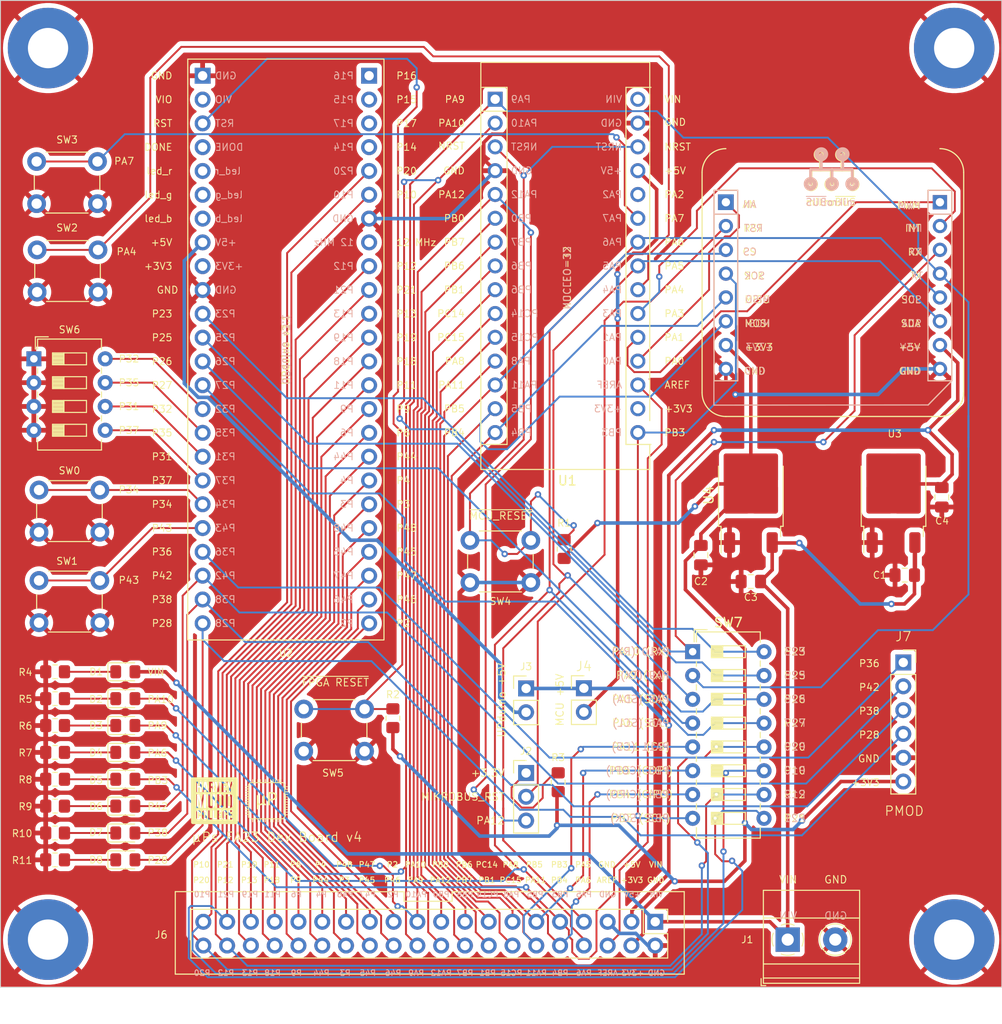
<source format=kicad_pcb>
(kicad_pcb (version 20221018) (generator pcbnew)
  (layers (0 "F.Cu" signal) (31 "B.Cu" signal) (34 "B.Paste" user) (35 "F.Paste" user) (36 "B.SilkS" user "B.Silkscreen") (37 "F.SilkS" user "F.Silkscreen") (38 "B.Mask" user) (39 "F.Mask" user) (44 "Edge.Cuts" user))
  (net 0 "")
  (net 1 "GND")
  (net 2 "+3V3")
  (net 3 "+5V")
  (net 4 "Net-(D1-K)")
  (net 5 "/MIKROBUS_RST")
  (net 6 "/PA12")
  (net 7 "/PA10")
  (net 8 "/PA9")
  (net 9 "/PA5")
  (net 10 "/PA6")
  (net 11 "/PA11")
  (net 12 "/PB5")
  (net 13 "/PB4")
  (net 14 "/PB3")
  (net 15 "/P23")
  (net 16 "/P25")
  (net 17 "/P26")
  (net 18 "/P27")
  (net 19 "/MCU_AREF")
  (net 20 "/P12")
  (net 21 "/PB0")
  (net 22 "/P21")
  (net 23 "/PB7")
  (net 24 "/P13")
  (net 25 "/PB6")
  (net 26 "/P19")
  (net 27 "/PB1")
  (net 28 "/P18")
  (net 29 "/PC14")
  (net 30 "/P11")
  (net 31 "/PC15")
  (net 32 "/P9")
  (net 33 "/PA8")
  (net 34 "/P6")
  (net 35 "/P44")
  (net 36 "/P4")
  (net 37 "/P3")
  (net 38 "/P48")
  (net 39 "/P45")
  (net 40 "/P47")
  (net 41 "/FPGA_+5V")
  (net 42 "/~{MCU_RESET}")
  (net 43 "/~{FPGA_RESET}")
  (net 44 "/PA0")
  (net 45 "/PA1")
  (net 46 "/PA3")
  (net 47 "/PA4")
  (net 48 "/PA7")
  (net 49 "/PA2")
  (net 50 "Net-(D2-K)")
  (net 51 "Net-(D3-K)")
  (net 52 "Net-(D4-K)")
  (net 53 "Net-(D5-K)")
  (net 54 "Net-(D6-K)")
  (net 55 "Net-(D7-K)")
  (net 56 "/P32")
  (net 57 "/P35")
  (net 58 "/P31")
  (net 59 "/P37")
  (net 60 "/P34")
  (net 61 "/P43")
  (net 62 "/P36")
  (net 63 "/P42")
  (net 64 "/P38")
  (net 65 "/P28")
  (net 66 "/P2")
  (net 67 "/P46")
  (net 68 "Net-(D8-K)")
  (net 69 "/P10")
  (net 70 "/P20")
  (net 71 "Net-(J2-Pin_1)")
  (net 79 "/MCU_+5V")
  (net 86 "/VIN")
  (footprint "Resistor_SMD:R_0805_2012Metric_Pad1.20x1.40mm_HandSolder" (layer "F.Cu") (at 38.598874 126.691574 180)
    (fp_text reference "R5")
    (fp_text value "1k")
  )
  (footprint "LED_SMD:LED_0805_2012Metric_Pad1.15x1.40mm_HandSolder" (layer "F.Cu") (at 46.100874 141.024429)
    (fp_text reference "D7")
    (fp_text value "LED (B)")
  )
  (footprint "Button_Switch_THT:SW_PUSH_6mm_H4.3mm" (layer "F.Cu") (at 43.128 73.878 180)
    (fp_text reference "SW3")
    (fp_text value "SW_Push")
  )
  (footprint "MountingHole:MountingHole_4.3mm_M4_Pad" (layer "F.Cu") (at 134.62 57.277)
    (fp_text reference "H3" hide)
    (fp_text value "MountingHole")
  )
  (footprint "LED_SMD:LED_0805_2012Metric_Pad1.15x1.40mm_HandSolder" (layer "F.Cu") (at 46.100874 135.291287)
    (fp_text reference "D5")
    (fp_text value "LED (G)")
  )
  (footprint "E155_Footprints:UPduino_v3.1" (layer "F.Cu") (at 63.246 121.190004)
    (fp_text reference "U2")
    (fp_text value "UPduino_v3.1")
  )
  (footprint "Button_Switch_THT:SW_DIP_SPSTx04_Slide_6.7x11.72mm_W7.62mm_P2.54mm_LowProfile" (layer "F.Cu") (at 36.332 90.434)
    (fp_text reference "SW6")
    (fp_text value "SW_DIP_x04")
  )
  (footprint "Connector_PinSocket_2.54mm:PinSocket_1x06_P2.54mm_Vertical" (layer "F.Cu") (at 129.184 122.834)
    (fp_text reference "J7")
    (fp_text value "Conn_01x06")
  )
  (footprint "Package_TO_SOT_SMD:TO-252-2" (layer "F.Cu") (at 112.903 104.995 90)
    (fp_text reference "U4")
    (fp_text value "LD1117DT33CTR")
  )
  (footprint "LED_SMD:LED_0805_2012Metric_Pad1.15x1.40mm_HandSolder" (layer "F.Cu") (at 46.100874 129.558145)
    (fp_text reference "D3")
    (fp_text value "LED (G)")
  )
  (footprint "E155_Footprints:MIKROBUS_HOST_CONN" (layer "F.Cu") (at 110.236 73.7235)
    (fp_text reference "U5" hide)
    (fp_text value "mikroBUS_SOCKET")
  )
  (footprint "Capacitor_SMD:C_0805_2012Metric_Pad1.18x1.45mm_HandSolder" (layer "F.Cu") (at 133.2992 105.2068 -90)
    (fp_text reference "C4")
    (fp_text value "10µ")
  )
  (footprint "Capacitor_SMD:C_0805_2012Metric_Pad1.18x1.45mm_HandSolder" (layer "F.Cu") (at 112.903 114.1945 180)
    (fp_text reference "C3")
    (fp_text value "10µ")
  )
  (footprint "Resistor_SMD:R_0805_2012Metric_Pad1.20x1.40mm_HandSolder" (layer "F.Cu") (at 74.676 128.778 90)
    (fp_text reference "R2")
    (fp_text value "10k")
  )
  (footprint "Button_Switch_THT:SW_PUSH_6mm_H4.3mm" (layer "F.Cu") (at 89.408 114.3 180)
    (fp_text reference "SW4")
    (fp_text value "SW_Push")
  )
  (footprint "MountingHole:MountingHole_4.3mm_M4_Pad" (layer "F.Cu") (at 134.62 152.4)
    (fp_text reference "H4" hide)
    (fp_text value "MountingHole")
  )
  (footprint "Resistor_SMD:R_0805_2012Metric_Pad1.20x1.40mm_HandSolder" (layer "F.Cu") (at 92.329 135.605 90)
    (fp_text reference "R3")
    (fp_text value "10k")
  )
  (footprint "LED_SMD:LED_0805_2012Metric_Pad1.15x1.40mm_HandSolder" (layer "F.Cu") (at 46.100874 123.825)
    (fp_text reference "D1")
    (fp_text value "LED (R)")
  )
  (footprint "E155_Footprints:NUCLEO-32" (layer "F.Cu") (at 93.305198 104.651988)
    (fp_text reference "U1")
    (fp_text value "NUCLEO-LxxxKx")
  )
  (footprint "Capacitor_SMD:C_0805_2012Metric_Pad1.18x1.45mm_HandSolder" (layer "F.Cu") (at 107.569 111.379 -90)
    (fp_text reference "C2")
    (fp_text value "10µ")
  )
  (footprint "Button_Switch_THT:SW_PUSH_6mm_H4.3mm" (layer "F.Cu") (at 71.6522 132.298 180)
    (fp_text reference "SW5")
    (fp_text value "SW_Push")
  )
  (footprint "LED_SMD:LED_0805_2012Metric_Pad1.15x1.40mm_HandSolder" (layer "F.Cu") (at 46.100874 143.891)
    (fp_text reference "D8")
    (fp_text value "LED (B)")
  )
  (footprint "E155_Footprints:2x20 Pin Header Keyed" (layer "F.Cu") (at 49.53 152.908 -90)
    (fp_text reference "J6")
    (fp_text value "Conn_02x20_Odd_Even")
  )
  (footprint "Connector_PinHeader_2.54mm:PinHeader_1x03_P2.54mm_Vertical" (layer "F.Cu") (at 88.9 134.62)
    (fp_text reference "J2")
    (fp_text value "Conn_01x03")
  )
  (footprint "LED_SMD:LED_0805_2012Metric_Pad1.15x1.40mm_HandSolder" (layer "F.Cu") (at 46.100874 132.424716)
    (fp_text reference "D4")
    (fp_text value "LED (G)")
  )
  (footprint "Resistor_SMD:R_0805_2012Metric_Pad1.20x1.40mm_HandSolder" (layer "F.Cu") (at 92.964 110.728 90)
    (fp_text reference "R1")
    (fp_text value "1k")
  )
  (footprint "Resistor_SMD:R_0805_2012Metric_Pad1.20x1.40mm_HandSolder" (layer "F.Cu") (at 38.598874 129.558145 180)
    (fp_text reference "R6")
    (fp_text value "1k")
  )
  (footprint "TerminalBlock_Phoenix:TerminalBlock_Phoenix_MKDS-1,5-2-5.08_1x02_P5.08mm_Horizontal" (layer "F.Cu") (at 116.84 152.4)
    (fp_text reference "J1")
    (fp_text value "Screw_Terminal_01x02")
  )
  (footprint "Resistor_SMD:R_0805_2012Metric_Pad1.20x1.40mm_HandSolder" (layer "F.Cu") (at 38.598874 141.024429 180)
    (fp_text reference "R10")
    (fp_text value "1k")
  )
  (footprint "Connector_PinHeader_2.54mm:PinHeader_1x02_P2.54mm_Vertical" (layer "F.Cu") (at 95.0722 125.5776)
    (fp_text reference "J4")
    (fp_text value "Conn_01x02")
  )
  (footprint "Capacitor_SMD:C_0805_2012Metric_Pad1.18x1.45mm_HandSolder" (layer "F.Cu") (at 129.3407 113.5126 180)
    (fp_text reference "C1")
    (fp_text value "10µ")
  )
  (footprint "MountingHole:MountingHole_4.3mm_M4_Pad" (layer "F.Cu") (at 37.846 152.4)
    (fp_text reference "H2" hide)
    (fp_text value "MountingHole")
  )
  (footprint "MountingHole:MountingHole_4.3mm_M4_Pad" (layer "F.Cu") (at 37.846 57.277)
    (fp_text reference "H1" hide)
    (fp_text value "MountingHole")
  )
  (footprint "LED_SMD:LED_0805_2012Metric_Pad1.15x1.40mm_HandSolder" (layer "F.Cu") (at 46.100874 138.157858)
    (fp_text reference "D6")
    (fp_text value "LED (B)")
  )
  (footprint "Button_Switch_THT:SW_PUSH_6mm_H4.3mm" (layer "F.Cu") (at 43.382 118.582 180)
    (fp_text reference "SW1")
    (fp_text value "SW_Push")
  )
  (footprint "Button_Switch_THT:SW_DIP_SPSTx08_Slide_6.7x21.88mm_W7.62mm_P2.54mm_LowProfile" (layer "F.Cu") (at 106.69 121.681)
    (fp_text reference "SW7")
    (fp_text value "SW_DIP_x08")
  )
  (footprint "Package_TO_SOT_SMD:TO-252-2" (layer "F.Cu") (at 128.143 104.995 90)
    (fp_text reference "U3")
    (fp_text value "LD1117DT50TR")
  )
  (footprint "Resistor_SMD:R_0805_2012Metric_Pad1.20x1.40mm_HandSolder" (layer "F.Cu") (at 38.598874 143.891 180)
    (fp_text reference "R11")
    (fp_text value "1k")
  )
  (footprint "Button_Switch_THT:SW_PUSH_6mm_H4.3mm" (layer "F.Cu") (at 43.18 83.312 180)
    (fp_text reference "SW2")
    (fp_text value "SW_Push")
  )
  (footprint "Resistor_SMD:R_0805_2012Metric_Pad1.20x1.40mm_HandSolder" (layer "F.Cu") (at 38.598874 135.291287 180)
    (fp_text reference "R8")
    (fp_text value "1k")
  )
  (footprint "Resistor_SMD:R_0805_2012Metric_Pad1.20x1.40mm_HandSolder" (layer "F.Cu") (at 38.598874 123.825 180)
    (fp_text reference "R4")
    (fp_text value "1k")
  )
  (footprint "Button_Switch_THT:SW_PUSH_6mm_H4.3mm" (layer "F.Cu") (at 43.382 108.93 180)
    (fp_text reference "SW0")
    (fp_text value "SW_Push")
  )
  (footprint "Resistor_SMD:R_0805_2012Metric_Pad1.20x1.40mm_HandSolder" (layer "F.Cu") (at 38.598874 132.424716 180)
    (fp_text reference "R7")
    (fp_text value "1k")
  )
  (footprint "LOGO" (layer "F.Cu") (at 61.199659 137.580041)
    (fp_text reference "G***" hide)
    (fp_text value "LOGO" hide)
  )
  (footprint "Connector_PinHeader_2.54mm:PinHeader_1x02_P2.54mm_Vertical" (layer "F.Cu") (at 88.9 125.603)
    (fp_text reference "J3")
    (fp_text value "Conn_01x02")
  )
  (footprint "LOGO" (layer "F.Cu") (at 55.611659 137.580041)
    (fp_text reference "G***" hide)
    (fp_text value "LOGO" hide)
  )
  (footprint "Resistor_SMD:R_0805_2012Metric_Pad1.20x1.40mm_HandSolder" (layer "F.Cu") (at 38.598874 138.157858 180)
    (fp_text reference "R9")
    (fp_text value "1k")
  )
  (footprint "LED_SMD:LED_0805_2012Metric_Pad1.15x1.40mm_HandSolder" (layer "F.Cu") (at 46.100874 126.691574)
    (fp_text reference "D2")
    (fp_text value "LED (G)")
  )
  (gr_rect (start 32.766 52.197) (end 139.7 157.48) (stroke (width 0.1)) (fill none) (layer "Edge.Cuts"))
  (gr_text "PA8" (at 88.338429 90.678) (layer "B.SilkS") (effects (font (size 0.75 0.75) (thickness 0.1)) (justify mirror)))
  (gr_text "P25" (at 117.602 124.206) (layer "B.SilkS") (effects (font (size 0.8 0.8) (thickness 0.1)) (justify mirror)))
  (gr_text "AREF" (at 97.6122 155.956) (layer "B.SilkS") (effects (font (size 0.6 0.6) (thickness 0.1)) (justify mirror)))
  (gr_text "P20" (at 117.602 131.826) (layer "B.SilkS") (effects (font (size 0.8 0.8) (thickness 0.1)) (justify mirror)))
  (gr_text "P21" (at 117.602 139.446) (layer "B.SilkS") (effects (font (size 0.8 0.8) (thickness 0.1)) (justify mirror)))
  (gr_text "P9" (at 64.3636 155.956) (layer "B.SilkS") (effects (font (size 0.6 0.6) (thickness 0.1)) (justify mirror)))
  (gr_text "PC15" (at 88.749143 88.138) (layer "B.SilkS") (effects (font (size 0.75 0.75) (thickness 0.1)) (justify mirror)))
  (gr_text "GND" (at 121.9708 149.86) (layer "B.SilkS") (effects (font (size 0.8 0.8) (thickness 0.1)) (justify mirror)))
  (gr_text "P44" (at 67.0306 155.956) (layer "B.SilkS") (effects (font (size 0.6 0.6) (thickness 0.1)) (justify mirror)))
  (gr_text "PB3 (SCK)" (at 101.041256 139.446) (layer "B.SilkS") (effects (font (size 0.8 0.8) (thickness 0.1)) (justify mirror)))
  (gr_text "NUCLEO-32" (at 93.218 81.788 -90) (layer "B.SilkS") (effects (font (size 0.75 0.75) (thickness 0.1)) (justify mirror)))
  (gr_text "P18" (at 61.8236 155.956) (layer "B.SilkS") (effects (font (size 0.6 0.6) (thickness 0.1)) (justify mirror)))
  (gr_text "P10" (at 54.3052 147.574) (layer "B.SilkS") (effects (font (size 0.6 0.6) (thickness 0.1)) (justify mirror)))
  (gr_text "PC14" (at 88.749143 85.598) (layer "B.SilkS") (effects (font (size 0.75 0.75) (thickness 0.1)) (justify mirror)))
  (gr_text "P12" (at 56.8452 155.956) (layer "B.SilkS") (effects (font (size 0.6 0.6) (thickness 0.1)) (justify mirror)))
  (gr_text "PA8" (at 87.3252 147.574) (layer "B.SilkS") (effects (font (size 0.6 0.6) (thickness 0.1)) (justify mirror)))
  (gr_text "+5V" (at 98.008286 70.358) (layer "B.SilkS") (effects (font (size 0.75 0.75) (thickness 0.1)) (justify mirror)))
  (gr_text "VIN" (at 98.258286 62.738) (layer "B.SilkS") (effects (font (size 0.75 0.75) (thickness 0.1)) (justify mirror)))
  (gr_text "P47" (at 71.9836 147.574) (layer "B.SilkS") (effects (font (size 0.6 0.6) (thickness 0.1)) (justify mirror)))
  (gr_text "PB6" (at 82.3722 147.574) (layer "B.SilkS") (effects (font (size 0.6 0.6) (thickness 0.1)) (justify mirror)))
  (gr_text "P19" (at 59.4106 147.574) (layer "B.SilkS") (effects (font (size 0.6 0.6) (thickness 0.1)) (justify mirror)))
  (gr_text "P13" (at 59.4106 155.956) (layer "B.SilkS") (effects (font (size 0.6 0.6) (thickness 0.1)) (justify mirror)))
  (gr_text "P10" (at 117.602 134.366) (layer "B.SilkS") (effects (font (size 0.8 0.8) (thickness 0.1)) (justify mirror)))
  (gr_text "NRST" (at 97.740429 67.818) (layer "B.SilkS") (effects (font (size 0.75 0.75) (thickness 0.1)) (justify mirror)))
  (gr_text "PA6" (at 98.097572 77.978) (layer "B.SilkS") (effects (font (size 0.75 0.75) (thickness 0.1)) (justify mirror)))
  (gr_text "PA9" (at 88.338429 62.738) (layer "B.SilkS") (effects (font (size 0.75 0.75) (thickness 0.1)) (justify mirror)))
  (gr_text "PA5" (at 98.097572 80.518) (layer "B.SilkS") (effects (font (size 0.75 0.75) (thickness 0.1)) (justify mirror)))
  (gr_text "P46" (at 74.7014 155.956) (layer "B.SilkS") (effects (font (size 0.6 0.6) (thickness 0.1)) (justify mirror)))
  (gr_text "PB4 (CIPO)" (at 100.812684 136.906) (layer "B.SilkS") (effects (font (size 0.8 0.8) (thickness 0.1)) (justify mirror)))
  (gr_text "+5V" (at 100.2792 147.574) (layer "B.SilkS") (effects (font (size 0.6 0.6) (thickness 0.1)) (justify mirror)))
  (gr_text "PB0" (at 88.392 75.438) (layer "B.SilkS") (effects (font (size 0.75 0.75) (thickness 0.1)) (justify mirror)))
  (gr_text "GND" (at 88.427714 70.358) (layer "B.SilkS") (effects (font (size 0.75 0.75) (thickness 0.1)) (justify mirror)))
  (gr_text "AREF" (at 97.794 93.218) (layer "B.SilkS") (effects (font (size 0.75 0.75) (thickness 0.1)) (justify mirror)))
  (gr_text "PA4" (at 98.097572 83.058) (layer "B.SilkS") (effects (font (size 0.75 0.75) (thickness 0.1)) (justify mirror)))
  (gr_text "P21" (at 56.8452 147.574) (layer "B.SilkS") (effects (font (size 0.6 0.6) (thickness 0.1)) (justify mirror)))
  (gr_text "PA10" (at 88.695572 65.278) (layer "B.SilkS") (effects (font (size 0.75 0.75) (thickness 0.1)) (justify mirror)))
  (gr_text "PB1" (at 84.7852 155.956) (layer "B.SilkS") (effects (font (size 0.6 0.6) (thickness 0.1)) (justify mirror)))
  (gr_text "PB7" (at 82.3722 155.956) (layer "B.SilkS") (effects (font (size 0.6 0.6) (thickness 0.1)) (justify mirror)))
  (gr_text "PB5" (at 89.8652 147.574) (layer "B.SilkS") (effects (font (size 0.6 0.6) (thickness 0.1)) (justify mirror)))
  (gr_text "PA6 (SCL)" (at 101.174589 129.286) (layer "B.SilkS") (effects (font (size 0.8 0.8) (thickness 0.1)) (justify mirror)))
  (gr_text "P2" (at 74.7014 147.574) (layer "B.SilkS") (effects (font (size 0.6 0.6) (thickness 0.1)) (justify mirror)))
  (gr_text "PA0" (at 98.097572 90.678) (layer "B.SilkS") (effects (font (size 0.75 0.75) (thickness 0.1)) (justify mirror)))
  (gr_text "PB7" (at 88.392 77.978) (layer "B.SilkS") (effects (font (size 0.75 0.75) (thickness 0.1)) (justify mirror)))
  (gr_text "PC14" (at 84.7852 147.574) (layer "B.SilkS") (effects (font (size 0.6 0.6) (thickness 0.1)) (justify mirror)))
  (gr_text "VIN" (at 116.8908 149.86) (layer "B.SilkS") (effects (font (size 0.8 0.8) (thickness 0.1)) (justify mirror)))
  (gr_text "PB3" (at 98.044 98.298) (layer "B.SilkS") (effects (font (size 0.75 0.75) (thickness 0.1)) (justify mirror)))
  (gr_text "PB3" (at 92.5322 147.574) (layer "B.SilkS") (effects (font (size 0.6 0.6) (thickness 0.1)) (justify mirror)))
  (gr_text "PB0" (at 79.8322 147.574) (layer "B.SilkS") (effects (font (size 0.6 0.6) (thickness 0.1)) (justify mirror)))
  (gr_text "PA5" (at 95.0722 147.574) (layer "B.SilkS") (effects (font (size 0.6 0.6) (thickness 0.1)) (justify mirror)))
  (gr_text "PA12" (at 88.695572 72.898) (layer "B.SilkS") (effects (font (size 0.75 0.75) (thickness 0.1)) (justify mirror)))
  (gr_text "P23" (at 117.602 121.666) (layer "B.SilkS") (effects (font (size 0.8 0.8) (thickness 0.1)) (justify mirror)))
  (gr_text "P4" (at 67.0306 147.574) (layer "B.SilkS") (effects (font (size 0.6 0.6) (thickness 0.1)) (justify mirror)))
  (gr_text "+3V3" (at 97.651143 95.758) (layer "B.SilkS") (effects (font (size 0.75 0.75) (thickness 0.1)) (justify mirror)))
  (gr_text "PA7" (at 98.097572 75.438) (layer "B.SilkS") (effects (font (size 0.75 0.75) (thickness 0.1)) (justify mirror)))
  (gr_text "P26" (at 117.602 126.746) (layer "B.SilkS") (effects (font (size 0.8 0.8) (thickness 0.1)) (justify mirror)))
  (gr_text "NRST" (at 88.695572 67.818) (layer "B.SilkS") (effects (font (size 0.75 0.75) (thickness 0.1)) (justify mirror)))
  (gr_text "P48" (at 69.5706 147.574) (layer "B.SilkS") (effects (font (size 0.6 0.6) (thickness 0.1)) (justify mirror)))
  (gr_text "+3V3" (at 100.2792 155.956) (layer "B.SilkS") (effects (font (size 0.6 0.6) (thickness 0.1)) (justify mirror)))
  (gr_text "PA12" (at 79.8322 155.956) (layer "B.SilkS") (effects (font (size 0.6 0.6) (thickness 0.1)) (justify mirror)))
  (gr_text "PB6" (at 88.392 83.058) (layer "B.SilkS") (effects (font (size 0.75 0.75) (thickness 0.1)) (justify mirror)))
  (gr_text "P6" (at 64.3636 147.574) (layer "B.SilkS") (effects (font (size 0.6 0.6) (thickness 0.1)) (justify mirror)))
  (gr_text "PA9" (at 77.1652 155.956) (layer "B.SilkS") (effects (font (size 0.6 0.6) (thickness 0.1)) (justify mirror)))
  (gr_text "P20" (at 54.3052 155.956) (layer "B.SilkS") (effects (font (size 0.6 0.6) (thickness 0.1)) (justify mirror)))
  (gr_text "P3" (at 69.5706 155.956) (layer "B.SilkS") (effects (font (size 0.6 0.6) (thickness 0.1)) (justify mirror)))
  (gr_text "GND" (at 98.008286 65.278) (layer "B.SilkS") (effects (font (size 0.75 0.75) (thickness 0.1)) (justify mirror)))
  (gr_text "PA11 (CS)" (at 101.117446 131.826) (layer "B.SilkS") (effects (font (size 0.8 0.8) (thickness 0.1)) (justify mirror)))
  (gr_text "PB5 (COPI)" (at 100.812684 134.366) (layer "B.SilkS") (effects (font (size 0.8 0.8) (thickness 0.1)) (justify mirror)))
  (gr_text "PA3" (at 98.097572 85.598) (layer "B.SilkS") (effects (font (size 0.75 0.75) (thickness 0.1)) (justify mirror)))
  (gr_text "P27" (at 117.602 129.286) (layer "B.SilkS") (effects (font (size 0.8 0.8) (thickness 0.1)) (justify mirror)))
  (gr_text "PA11" (at 89.9922 155.956) (layer "B.SilkS") (effects (font (size 0.6 0.6) (thickness 0.1)) (justify mirror)))
  (gr_text "PA10" (at 77.1652 147.574) (layer "B.SilkS") (effects (font (size 0.6 0.6) (thickness 0.1)) (justify mirror)))
  (gr_text "PB4" (at 88.392 98.298) (layer "B.SilkS") (effects (font (size 0.75 0.75) (thickness 0.1)) (justify mirror)))
  (gr_text "PB6" (at 88.392 80.518) (layer "B.SilkS") (effects (font (size 0.75 0.75) (thickness 0.1)) (justify mirror)))
  (gr_text "PB4" (at 92.5322 155.956) (layer "B.SilkS") (effects (font (size 0.6 0.6) (thickness 0.1)) (justify mirror)))
  (gr_text "PA10 (RX)" (at 101.117446 121.666) (layer "B.SilkS") (effects (font (size 0.8 0.8) (thickness 0.1)) (justify mirror)))
  (gr_text "P45" (at 71.9836 155.956) (layer "B.SilkS") (effects (font (size 0.6 0.6) (thickness 0.1)) (justify mirror)))
  (gr_text "PA11" (at 88.695572 93.218) (layer "B.SilkS") (effects (font (size 0.75 0.75) (thickness 0.1)) (justify mirror)))
  (gr_text "P12" (at 117.602 136.906) (layer "B.SilkS") (effects (font (size 0.8 0.8) (thickness 0.1)) (justify mirror)))
  (gr_text "PC15" (at 87.3252 155.956) (layer "B.SilkS") (effects (font (size 0.6 0.6) (thickness 0.1)) (justify mirror)))
  (gr_text "PA1" (at 98.097572 88.138) (layer "B.SilkS") (effects (font (size 0.75 0.75) (thickness 0.1)) (justify mirror)))
  (gr_text "PB5" (at 88.392 95.758) (layer "B.SilkS") (effects (font (size 0.75 0.75) (thickness 0.1)) (justify mirror)))
  (gr_text "GND" (at 97.6122 147.574) (layer "B.SilkS") (effects (font (size 0.6 0.6) (thickness 0.1)) (justify mirror)))
  (gr_text "UPduino v3.1" (at 63.246 89.408 -90) (layer "B.SilkS") (effects (font (size 0.75 0.75) (thickness 0.1)) (justify mirror)))
  (gr_text "GND" (at 102.8192 155.956) (layer "B.SilkS") (effects (font (size 0.6 0.6) (thickness 0.1)) (justify mirror)))
  (gr_text "PA9 (TX)" (at 101.593637 124.206) (layer "B.SilkS") (effects (font (size 0.8 0.8) (thickness 0.1)) (justify mirror)))
  (gr_text "PA6" (at 95.0722 155.956) (layer "B.SilkS") (effects (font (size 0.6 0.6) (thickness 0.1)) (justify mirror)))
  (gr_text "PA5 (SDA)" (at 101.155541 126.746) (layer "B.SilkS") (effects (font (size 0.8 0.8) (thickness 0.1)) (justify mirror)))
  (gr_text "VIN" (at 102.8192 147.574) (layer "B.SilkS") (effects (font (size 0.6 0.6) (thickness 0.1)) (justify mirror)))
  (gr_text "P11" (at 61.8236 147.574) (layer "B.SilkS") (effects (font (size 0.6 0.6) (thickness 0.1)) (justify mirror)))
  (gr_text "PA2" (at 98.097572 72.898) (layer "B.SilkS") (effects (font (size 0.75 0.75) (thickness 0.1)) (justify mirror)))
  (gr_text "P48" (at 69.4944 144.399) (layer "F.SilkS") (effects (font (size 0.6 0.6) (thickness 0.1))))
  (gr_text "P34" (at 46.482 104.394) (layer "F.SilkS") (effects (font (size 0.75 0.75) (thickness 0.1))))
  (gr_text "P2" (at 74.6252 144.399) (layer "F.SilkS") (effects (font (size 0.6 0.6) (thickness 0.1))))
  (gr_text "P12" (at 117.602 136.906) (layer "F.SilkS") (effects (font (size 0.8 0.8) (thickness 0.1))))
  (gr_text "PB7" (at 82.296 146.05) (layer "F.SilkS") (effects (font (size 0.6 0.6) (thickness 0.1))))
  (gr_text "PB5" (at 89.789 144.399) (layer "F.SilkS") (effects (font (size 0.6 0.6) (thickness 0.1))))
  (gr_text "P19" (at 59.3344 144.399) (layer "F.SilkS") (effects (font (size 0.6 0.6) (thickness 0.1))))
  (gr_text "PA11 (CS)" (at 104.343238 131.826) (layer "F.SilkS") (effects (font (size 0.8 0.8) (thickness 0.1)) (justify right)))
  (gr_text "PA11" (at 89.916 146.05) (layer "F.SilkS") (effects (font (size 0.6 0.6) (thickness 0.1))))
  (gr_text "PA7" (at 45.974 69.342) (layer "F.SilkS") (effects (font (size 0.75 0.75) (thickness 0.1))))
  (gr_text "P3" (at 69.4944 146.05) (layer "F.SilkS") (effects (font (size 0.6 0.6) (thickness 0.1))))
  (gr_text "P23" (at 117.602 121.666) (layer "F.SilkS") (effects (font (size 0.8 0.8) (thickness 0.1))))
  (gr_text "µPs FA23 Dev Board v4" (at 62.291849 141.46624) (layer "F.SilkS") (effects (font (size 1 1) (thickness 0.1016))))
  (gr_text "P25" (at 117.602 124.206) (layer "F.SilkS") (effects (font (size 0.8 0.8) (thickness 0.1))))
  (gr_text "P47" (at 71.9074 144.399) (layer "F.SilkS") (effects (font (size 0.6 0.6) (thickness 0.1))))
  (gr_text "P43" (at 46.482 114.046) (layer "F.SilkS") (effects (font (size 0.75 0.75) (thickness 0.1))))
  (gr_text "PA8" (at 87.249 144.399) (layer "F.SilkS") (effects (font (size 0.6 0.6) (thickness 0.1))))
  (gr_text "P46" (at 74.6252 146.05) (layer "F.SilkS") (effects (font (size 0.6 0.6) (thickness 0.1))))
  (gr_text "P6" (at 64.2874 144.399) (layer "F.SilkS") (effects (font (size 0.6 0.6) (thickness 0.1))))
  (gr_text "P10" (at 117.602 134.366) (layer "F.SilkS") (effects (font (size 0.8 0.8) (thickness 0.1))))
  (gr_text "PB3 (SCK)" (at 104.419428 139.446) (layer "F.SilkS") (effects (font (size 0.8 0.8) (thickness 0.1)) (justify right)))
  (gr_text "P28" (at 49.5554 143.9164) (layer "F.SilkS") (effects (font (size 0.75 0.75) (thickness 0.1))))
  (gr_text "PA10" (at 77.089 144.399) (layer "F.SilkS") (effects (font (size 0.6 0.6) (thickness 0.1))))
  (gr_text "P4" (at 66.9544 144.399) (layer "F.SilkS") (effects (font (size 0.6 0.6) (thickness 0.1))))
  (gr_text "VIN" (at 102.743 144.399) (layer "F.SilkS") (effects (font (size 0.6 0.6) (thickness 0.1))))
  (gr_text "+3V3\n" (at 125.146572 135.636) (layer "F.SilkS") (effects (font (size 0.75 0.75) (thickness 0.1))))
  (gr_text "PC15" (at 87.249 146.05) (layer "F.SilkS") (effects (font (size 0.6 0.6) (thickness 0.1))))
  (gr_text "P27" (at 117.602 129.286) (layer "F.SilkS") (effects (font (size 0.8 0.8) (thickness 0.1))))
  (gr_text "P13" (at 59.3344 146.05) (layer "F.SilkS") (effects (font (size 0.6 0.6) (thickness 0.1))))
  (gr_text "PB3" (at 92.456 144.399) (layer "F.SilkS") (effects (font (size 0.6 0.6) (thickness 0.1))))
  (gr_text "P20" (at 54.229 146.05) (layer "F.SilkS") (effects (font (size 0.6 0.6) (thickness 0.1))))
  (gr_text "MCU +5V" (at 92.5068 126.8222 90) (layer "F.SilkS") (effects (font (size 0.8 0.8) (thickness 0.1))))
  (gr_text "PA6 (SCL)" (at 104.286095 129.286) (layer "F.SilkS") (effects (font (size 0.8 0.8) (thickness 0.1)) (justify right)))
  (gr_text "GND" (at 102.743 146.05) (layer "F.SilkS") (effects (font (size 0.6 0.6) (thickness 0.1))))
  (gr_text "PB6" (at 82.296 144.399) (layer "F.SilkS") (effects (font (size 0.6 0.6) (thickness 0.1))))
  (gr_text "P9" (at 64.2874 146.05) (layer "F.SilkS") (effects (font (size 0.6 0.6) (thickness 0.1))))
  (gr_text "P38" (at 125.557286 128.016) (layer "F.SilkS") (effects (font (size 0.75 0.75) (thickness 0.1))))
  (gr_text "PA9" (at 77.089 146.05) (layer "F.SilkS") (effects (font (size 0.6 0.6) (thickness 0.1))))
  (gr_text "PA9 (TX)" (at 103.867047 124.206) (layer "F.SilkS") (effects (font (size 0.8 0.8) (thickness 0.1)) (justify right)))
  (gr_text "P11" (at 61.7474 144.399) (layer "F.SilkS") (effects (font (size 0.6 0.6) (thickness 0.1))))
  (gr_text "P10" (at 54.229 144.399) (layer "F.SilkS") (effects (font (size 0.6 0.6) (thickness 0.1))))
  (gr_text "+3V3" (at 100.203 146.05) (layer "F.SilkS") (effects (font (size 0.6 0.6) (thickness 0.1))))
  (gr_text "PC14" (at 84.709 144.399) (layer "F.SilkS") (effects (font (size 0.6 0.6) (thickness 0.1))))
  (gr_text "PA6" (at 94.996 146.05) (layer "F.SilkS") (effects (font (size 0.6 0.6) (thickness 0.1))))
  (gr_text "P12" (at 56.769 146.05) (layer "F.SilkS") (effects (font (size 0.6 0.6) (thickness 0.1))))
  (gr_text "P26" (at 117.602 126.746) (layer "F.SilkS") (effects (font (size 0.8 0.8) (thickness 0.1))))
  (gr_text "PA4" (at 46.228 78.994) (layer "F.SilkS") (effects (font (size 0.75 0.75) (thickness 0.1))))
  (gr_text "PB1" (at 84.709 146.05) (layer "F.SilkS") (effects (font (size 0.6 0.6) (thickness 0.1))))
  (gr_text "P20" (at 117.602 131.826) (layer "F.SilkS") (effects (font (size 0.8 0.8) (thickness 0.1))))
  (gr_text "PB4" (at 92.456 146.05) (layer "F.SilkS") (effects (font (size 0.6 0.6) (thickness 0.1))))
  (gr_text "PA5" (at 94.996 144.399) (layer "F.SilkS") (effects (font (size 0.6 0.6) (thickness 0.1))))
  (gr_text "PA6" (at 49.519686 132.4864) (layer "F.SilkS") (effects (font (size 0.75 0.75) (thickness 0.1))))
  (gr_text "P44" (at 66.9544 146.05) (layer "F.SilkS") (effects (font (size 0.6 0.6) (thickness 0.1))))
  (gr_text "PA9" (at 49.519686 129.5654) (layer "F.SilkS") (effects (font (size 0.75 0.75) (thickness 0.1))))
  (gr_text "P42" (at 125.557286 125.476) (layer "F.SilkS") (effects (font (size 0.75 0.75) (thickness 0.1))))
  (gr_text "PA10 (RX)" (at 104.343238 121.666) (layer "F.SilkS") (effects (font (size 0.8 0.8) (thickness 0.1)) (justify right)))
  (gr_text "PA12" (at 79.756 146.05) (layer "F.SilkS") (effects (font (size 0.6 0.6) (thickness 0.1))))
  (gr_text "P21" (at 56.769 144.399) (layer "F.SilkS") (effects (font (size 0.6 0.6) (thickness 0.1))))
  (gr_text "P28" (at 125.557286 130.556) (layer "F.SilkS") (effects (font (size 0.75 0.75) (thickness 0.1))))
  (gr_text "P18" (at 61.7474 146.05) (layer "F.SilkS") (effects (font (size 0.6 0.6) (thickness 0.1))))
  (gr_text "GND" (at 125.503715 133.096) (layer "F.SilkS") (effects (font (size 0.75 0.75) (thickness 0.1))))
  (gr_text "PB0" (at 79.756 144.399) (layer "F.SilkS") (effects (font (size 0.6 0.6) (thickness 0.1))))
  (gr_text "+5V" (at 100.203 144.399) (layer "F.SilkS") (effects (font (size 0.6 0.6) (thickness 0.1))))
  (gr_text "PB5 (COPI)" (at 104.648 134.366) (layer "F.SilkS") (effects (font (size 0.8 0.8) (thickness 0.1)) (justify right)))
  (gr_text "PMOD" (at 129.286 138.684) (layer "F.SilkS") (effects (font (size 1 1) (thickness 0.1))))
  (gr_text "PB4 (CIPO)" (at 104.648 136.906) (layer "F.SilkS") (effects (font (size 0.8 0.8) (thickness 0.1)) (justify right)))
  (gr_text "PB3" (at 49.573258 135.4074) (layer "F.SilkS") (effects (font (size 0.75 0.75) (thickness 0.1))))
  (gr_text "GND" (at 97.536 144.399) (layer "F.SilkS") (effects (font (size 0.6 0.6) (thickness 0.1))))
  (gr_text "AREF" (at 97.536 146.05) (layer "F.SilkS") (effects (font (size 0.6 0.6) (thickness 0.1))))
  (gr_text "P42" (at 49.5554 138.2014) (layer "F.SilkS") (effects (font (size 0.75 0.75) (thickness 0.1))))
  (gr_text "P38" (at 49.5554 140.9954) (layer "F.SilkS") (effects (font (size 0.75 0.75) (thickness 0.1))))
  (gr_text "P45" (at 71.9074 146.05) (layer "F.SilkS") (effects (font (size 0.6 0.6) (thickness 0.1))))
  (gr_text "PA10" (at 49.876829 126.7714) (layer "F.SilkS") (effects (font (size 0.75 0.75) (thickness 0.1))))
  (gr_text "VIN" (at 48.416115 123.8504) (layer "F.SilkS") (effects (font (size 0.75 0.75) (thickness 0.1)) (justify left)))
  (gr_text "PA5 (SDA)" (at 104.305143 126.746) (layer "F.SilkS") (effects (font (size 0.8 0.8) (thickness 0.1)) (justify right)))
  (gr_text "P36" (at 125.557286 122.936) (layer "F.SilkS") (effects (font (size 0.75 0.75) (thickness 0.1))))
  (gr_text "P21" (at 117.602 139.446) (layer "F.SilkS") (effects (font (size 0.8 0.8) (thickness 0.1))))
  (segment (start 110.236 93.218) (end 111.252 94.234) (width 0.381) (layer "F.Cu") (net 1))
  (segment (start 85.598 70.358) (end 84.3788 69.1388) (width 0.381) (layer "F.Cu") (net 1))
  (segment (start 92.6846 65.278) (end 100.838 65.278) (width 0.381) (layer "F.Cu") (net 1))
  (segment (start 84.3788 69.1388) (end 84.3788 67.349744) (width 0.381) (layer "F.Cu") (net 1))
  (segment (start 84.3788 67.349744) (end 85.257333 66.471211) (width 0.381) (layer "F.Cu") (net 1))
  (segment (start 85.257333 66.471211) (end 91.491389 66.471211) (width 0.381) (layer "F.Cu") (net 1))
  (segment (start 91.491389 66.471211) (end 92.6846 65.278) (width 0.381) (layer "F.Cu") (net 1))
  (segment (start 110.236 91.5035) (end 110.236 93.218) (width 0.381) (layer "F.Cu") (net 1))
  (via (at 111.252 94.234) (size 0.6858) (drill 0.3302) (layers "F.Cu" "B.Cu") (net 1))
  (segment (start 111.252 94.234) (end 126.492 94.234) (width 0.381) (layer "B.Cu") (net 1))
  (segment (start 126.492 94.234) (end 129.2225 91.5035) (width 0.381) (layer "B.Cu") (net 1))
  (segment (start 98.8559 151.7387) (end 97.6122 150.495) (width 0.381) (layer "B.Cu") (net 1))
  (segment (start 100.614758 151.7387) (end 98.8559 151.7387) (width 0.381) (layer "B.Cu") (net 1))
  (segment (start 129.2225 91.5035) (end 133.096 91.5035) (width 0.381) (layer "B.Cu") (net 1))
  (segment (start 102.6922 153.035) (end 101.911058 153.035) (width 0.381) (layer "B.Cu") (net 1))
  (segment (start 101.911058 153.035) (end 100.614758 151.7387) (width 0.381) (layer "B.Cu") (net 1))
  (segment (start 89.408 114.3) (end 82.908 114.3) (width 0.381) (layer "B.Cu") (net 1))
  (segment (start 80.485996 75.470004) (end 85.598 70.358) (width 0.381) (layer "B.Cu") (net 1))
  (segment (start 72.136 75.470004) (end 80.485996 75.470004) (width 0.381) (layer "B.Cu") (net 1))
  (segment (start 106.934 106.172) (end 109.3255 103.7805) (width 0.381) (layer "F.Cu") (net 2))
  (segment (start 104.394 146.177) (end 104.775 146.177) (width 0.381) (layer "F.Cu") (net 2))
  (segment (start 122.53 135.534) (end 118.364 139.7) (width 0.381) (layer "F.Cu") (net 2))
  (segment (start 100.1522 153.035) (end 101.395411 151.791789) (width 0.381) (layer "F.Cu") (net 2))
  (segment (start 112.903 91.6305) (end 110.236 88.9635) (width 0.381) (layer "F.Cu") (net 2))
  (segment (start 101.395411 149.175589) (end 104.394 146.177) (width 0.381) (layer "F.Cu") (net 2))
  (segment (start 74.676 132.08) (end 75.438 132.842) (width 0.381) (layer "F.Cu") (net 2))
  (segment (start 104.775 146.177) (end 110.0836 146.177) (width 0.381) (layer "F.Cu") (net 2))
  (segment (start 112.268 121.412) (end 112.268 138.684) (width 0.381) (layer "F.Cu") (net 2))
  (segment (start 92.202 140.208) (end 92.202 136.732) (width 0.381) (layer "F.Cu") (net 2))
  (segment (start 101.395411 151.791789) (end 101.395411 149.175589) (width 0.381) (layer "F.Cu") (net 2))
  (segment (start 107.569 110.3415) (end 105.918 111.9925) (width 0.381) (layer "F.Cu") (net 2))
  (segment (start 92.964 111.506) (end 96.52 107.95) (width 0.381) (layer "F.Cu") (net 2))
  (segment (start 92.202 136.732) (end 92.329 136.605) (width 0.381) (layer "F.Cu") (net 2))
  (segment (start 112.268 143.9926) (end 112.268 138.605911) (width 0.381) (layer "F.Cu") (net 2))
  (segment (start 74.676 129.778) (end 74.676 132.08) (width 0.381) (layer "F.Cu") (net 2))
  (segment (start 105.918 115.062) (end 112.268 121.412) (width 0.381) (layer "F.Cu") (net 2))
  (segment (start 107.569 109.1145) (end 112.903 103.7805) (width 0.381) (layer "F.Cu") (net 2))
  (segment (start 129.184 135.534) (end 122.53 135.534) (width 0.381) (layer "F.Cu") (net 2))
  (segment (start 105.918 111.9925) (end 105.918 115.062) (width 0.381) (layer "F.Cu") (net 2))
  (segment (start 107.569 110.3415) (end 107.569 109.1145) (width 0.381) (layer "F.Cu") (net 2))
  (segment (start 112.903 103.7805) (end 112.903 91.6305) (width 0.381) (layer "F.Cu") (net 2))
  (segment (start 92.964 111.728) (end 92.964 111.506) (width 0.381) (layer "F.Cu") (net 2))
  (segment (start 109.3255 103.7805) (end 112.903 103.7805) (width 0.381) (layer "F.Cu") (net 2))
  (segment (start 110.0836 146.177) (end 112.268 143.9926) (width 0.381) (layer "F.Cu") (net 2))
  (via (at 104.775 146.177) (size 0.6858) (drill 0.3302) (layers "F.Cu" "B.Cu") (net 2))
  (via (at 118.364 139.7) (size 0.6858) (drill 0.3302) (layers "F.Cu" "B.Cu") (net 2))
  (via (at 106.934 106.172) (size 0.6858) (drill 0.3302) (layers "F.Cu" "B.Cu") (net 2))
  (via (at 96.52 107.95) (size 0.6858) (drill 0.3302) (layers "F.Cu" "B.Cu") (net 2))
  (via (at 112.268 139.954) (size 0.6858) (drill 0.3302) (layers "F.Cu" "B.Cu") (net 2))
  (via (at 92.202 140.208) (size 0.6858) (drill 0.3302) (layers "F.Cu" "B.Cu") (net 2))
  (via (at 75.438 132.842) (size 0.6858) (drill 0.3302) (layers "F.Cu" "B.Cu") (net 2))
  (segment (start 91.3638 141.351) (end 83.947 141.351) (width 0.381) (layer "B.Cu") (net 2))
  (segment (start 96.774 140.208) (end 92.202 140.208) (width 0.381) (layer "B.Cu") (net 2))
  (segment (start 83.947 141.351) (end 75.438 132.842) (width 0.381) (layer "B.Cu") (net 2))
  (segment (start 105.156 107.95) (end 106.934 106.172) (width 0.381) (layer "B.Cu") (net 2))
  (segment (start 92.202 140.208) (end 92.202 140.5128) (width 0.381) (layer "B.Cu") (net 2))
  (segment (start 104.775 146.177) (end 98.806 140.208) (width 0.381) (layer "B.Cu") (net 2))
  (segment (start 117.4093 140.6547) (end 118.364 139.7) (width 0.381) (layer "B.Cu") (net 2))
  (segment (start 112.9687 140.6547) (end 117.4093 140.6547) (width 0.381) (layer "B.Cu") (net 2))
  (segment (start 96.52 107.95) (end 105.156 107.95) (width 0.381) (layer "B.Cu") (net 2))
  (segment (start 112.268 139.954) (end 112.9687 140.6547) (width 0.381) (layer "B.Cu") (net 2))
  (segment (start 98.806 140.208) (end 96.774 140.208) (width 0.381) (layer "B.Cu") (net 2))
  (segment (start 92.202 140.5128) (end 91.3638 141.351) (width 0.381) (layer "B.Cu") (net 2))
  (segment (start 131.826 98.044) (end 134.39825 100.61625) (width 0.381) (layer "F.Cu") (net 3))
  (segment (start 104.14 129.54) (end 104.14 102.87) (width 0.381) (layer "F.Cu") (net 3))
  (segment (start 133.2992 103.8606) (end 134.39825 102.76155) (width 0.381) (layer "F.Cu") (net 3))
  (segment (start 105.918 101.092) (end 108.966 98.044) (width 0.381) (layer "F.Cu") (net 3))
  (segment (start 134.39825 100.61625) (end 134.39825 102.76155) (width 0.381) (layer "F.Cu") (net 3))
  (segment (start 100.203 149.292919) (end 103.91996 145.57596) (width 0.381) (layer "F.Cu") (net 3))
  (segment (start 104.14 145.35592) (end 104.14 129.54) (width 0.381) (layer "F.Cu") (net 3))
  (segment (start 133.2992 104.1693) (end 133.2992 103.8606) (width 0.381) (layer "F.Cu") (net 3))
  (segment (start 103.91996 145.57596) (end 104.14 145.35592) (width 0.381) (layer "F.Cu") (net 3))
  (segment (start 135.001 90.8685) (end 135.001 94.869) (width 0.381) (layer "F.Cu") (net 3))
  (segment (start 128.143 103.7805) (end 132.9104 103.7805) (width 0.381) (layer "F.Cu") (net 3))
  (segment (start 100.203 150.495) (end 100.203 149.292919) (width 0.381) (layer "F.Cu") (net 3))
  (segment (start 132.9104 103.7805) (end 133.2992 104.1693) (width 0.381) (layer "F.Cu") (net 3))
  (segment (start 135.001 94.869) (end 131.826 98.044) (width 0.381) (layer "F.Cu") (net 3))
  (segment (start 133.096 88.9635) (end 135.001 90.8685) (width 0.381) (layer "F.Cu") (net 3))
  (segment (start 104.14 102.87) (end 105.918 101.092) (width 0.381) (layer "F.Cu") (net 3))
  (via (at 104.14 129.54) (size 0.6858) (drill 0.3302) (layers "F.Cu" "B.Cu") (net 3))
  (via (at 131.826 98.044) (size 0.6858) (drill 0.3302) (layers "F.Cu" "B.Cu") (net 3))
  (via (at 108.966 98.044) (size 0.6858) (drill 0.3302) (layers "F.Cu" "B.Cu") (net 3))
  (segment (start 108.966 98.044) (end 131.826 98.044) (width 0.381) (layer "B.Cu") (net 3))
  (segment (start 88.9 125.603) (end 100.203 125.603) (width 0.381) (layer "B.Cu") (net 3))
  (segment (start 100.203 125.603) (end 104.14 129.54) (width 0.381) (layer "B.Cu") (net 3))
  (segment (start 45.075874 123.825) (end 39.598874 123.825) (width 0.2032) (layer "F.Cu") (net 4))
  (segment (start 88.9 137.16) (end 90.1446 135.9154) (width 0.2032) (layer "F.Cu") (net 5))
  (segment (start 90.1446 118.4656) (end 97.279108 111.331092) (width 0.2032) (layer "F.Cu") (net 5))
  (segment (start 97.279108 111.331092) (end 97.279108 86.357108) (width 0.2032) (layer "F.Cu") (net 5))
  (segment (start 102.1715 84.328) (end 110.236 76.2635) (width 0.2032) (layer "F.Cu") (net 5))
  (segment (start 90.1446 135.9154) (end 90.1446 118.4656) (width 0.2032) (layer "F.Cu") (net 5))
  (segment (start 97.279108 86.357108) (end 99.308216 84.328) (width 0.2032) (layer "F.Cu") (net 5))
  (segment (start 99.308216 84.328) (end 102.1715 84.328) (width 0.2032) (layer "F.Cu") (net 5))
  (segment (start 78.446511 151.598511) (end 78.446511 147.39626) (width 0.2032) (layer "F.Cu") (net 6))
  (segment (start 83.312 136.398) (end 84.582 135.128) (width 0.2032) (layer "F.Cu") (net 6))
  (segment (start 76.897051 95.9358) (end 77.328851 95.504) (width 0.2032) (layer "F.Cu") (net 6))
  (segment (start 84.582 103.8352) (end 89.408 99.0092) (width 0.2032) (layer "F.Cu") (net 6))
  (segment (start 78.298118 147.39626) (end 76.897051 145.995193) (width 0.2032) (layer "F.Cu") (net 6))
  (segment (start 84.582 135.128) (end 84.582 103.8352) (width 0.2032) (layer "F.Cu") (net 6))
  (segment (start 77.328851 81.167149) (end 85.598 72.898) (width 0.2032) (layer "F.Cu") (net 6))
  (segment (start 89.408 99.0092) (end 89.408 76.962) (width 0.2032) (layer "F.Cu") (net 6))
  (segment (start 78.446511 147.39626) (end 78.298118 147.39626) (width 0.2032) (layer "F.Cu") (net 6))
  (segment (start 79.883 153.035) (end 78.446511 151.598511) (width 0.2032) (layer "F.Cu") (net 6))
  (segment (start 77.328851 95.504) (end 77.328851 81.167149) (width 0.2032) (layer "F.Cu") (net 6))
  (segment (start 76.897051 145.995193) (end 76.897051 95.9358) (width 0.2032) (layer "F.Cu") (net 6))
  (via (at 89.408 76.962) (size 0.6858) (drill 0.3302) (layers "F.Cu" "B.Cu") (net 6))
  (via (at 83.312 136.398) (size 0.6858) (drill 0.3302) (layers "F.Cu" "B.Cu") (net 6))
  (segment (start 89.408 76.962) (end 89.408 76.708) (width 0.2032) (layer "B.Cu") (net 6))
  (segment (start 86.614 139.7) (end 83.312 136.398) (width 0.2032) (layer "B.Cu") (net 6))
  (segment (start 89.408 76.708) (end 85.598 72.898) (width 0.2032) (layer "B.Cu") (net 6))
  (segment (start 88.9 139.7) (end 86.614 139.7) (width 0.2032) (layer "B.Cu") (net 6))
  (segment (start 104.8766 103.4034) (end 108.966 99.314) (width 0.2032) (layer "F.Cu") (net 7))
  (segment (start 50.491574 126.691574) (end 47.125874 126.691574) (width 0.2032) (layer "F.Cu") (net 7))
  (segment (start 123.98375 87.91575) (end 133.096 78.8035) (width 0.2032) (layer "F.Cu") (net 7))
  (segment (start 76.922931 73.953069) (end 76.922931 88.278669) (width 0.2032) (layer "F.Cu") (net 7))
  (segment (start 75.3999 95.373266) (end 75.3999 96.8121) (width 0.2032) (layer "F.Cu") (net 7))
  (segment (start 75.8698 94.903366) (end 75.3999 95.373266) (width 0.2032) (layer "F.Cu") (net 7))
  (segment (start 75.8698 71.5518) (end 75.8698 94.903366) (width 0.2032) (layer "F.Cu") (net 7))
  (segment (start 76.922931 94.999029) (end 76.491131 95.430829) (width 0.2032) (layer "F.Cu") (net 7))
  (segment (start 74.676 148.336) (end 75.184 148.844) (width 0.2032) (layer "F.Cu") (net 7))
  (segment (start 79.502 71.374) (end 76.922931 73.953069) (width 0.2032) (layer "F.Cu") (net 7))
  (segment (start 79.9084 70.9676) (end 80.264 70.612) (width 0.2032) (layer "F.Cu") (net 7))
  (segment (start 76.491131 95.430829) (end 76.491131 146.163331) (width 0.2032) (layer "F.Cu") (net 7))
  (segment (start 123.98375 95.98025) (end 123.98375 87.91575) (width 0.2032) (layer "F.Cu") (net 7))
  (segment (start 106.553 121.666) (end 104.8766 119.9896) (width 0.2032) (layer "F.Cu") (net 7))
  (segment (start 76.922931 88.278669) (end 76.922931 94.999029) (width 0.2032) (layer "F.Cu") (net 7))
  (segment (start 80.264 70.612) (end 85.598 65.278) (width 0.2032) (layer "F.Cu") (net 7))
  (segment (start 73.279 144.526) (end 73.66 144.526) (width 0.2032) (layer "F.Cu") (net 7))
  (segment (start 77.2922 146.9644) (end 77.2922 150.495) (width 0.2032) (layer "F.Cu") (net 7))
  (segment (start 76.491131 146.163331) (end 77.2922 146.9644) (width 0.2032) (layer "F.Cu") (net 7))
  (segment (start 120.65 99.314) (end 123.98375 95.98025) (width 0.2032) (layer "F.Cu") (net 7))
  (segment (start 74.676 145.542) (end 74.676 148.336) (width 0.2032) (layer "F.Cu") (net 7))
  (segment (start 73.66 144.526) (end 74.676 145.542) (width 0.2032) (layer "F.Cu") (net 7))
  (segment (start 104.8766 119.9896) (end 104.8766 103.4034) (width 0.2032) (layer "F.Cu") (net 7))
  (segment (start 51.5239 127.7239) (end 50.491574 126.691574) (width 0.2032) (layer "F.Cu") (net 7))
  (segment (start 79.9084 70.9676) (end 79.502 71.374) (width 0.2032) (layer "F.Cu") (net 7))
  (via (at 73.279 144.526) (size 0.6858) (drill 0.3302) (layers "F.Cu" "B.Cu") (net 7))
  (via (at 75.8698 71.5518) (size 0.6858) (drill 0.3302) (layers "F.Cu" "B.Cu") (net 7))
  (via (at 51.5239 127.7239) (size 0.6858) (drill 0.3302) (layers "F.Cu" "B.Cu") (net 7))
  (via (at 120.65 99.314) (size 0.6858) (drill 0.3302) (layers "F.Cu" "B.Cu") (net 7))
  (via (at 75.184 148.844) (size 0.6858) (drill 0.3302) (layers "F.Cu" "B.Cu") (net 7))
  (via (at 108.966 99.314) (size 0.6858) (drill 0.3302) (layers "F.Cu" "B.Cu") (net 7))
  (via (at 75.3999 96.8121) (size 0.6858) (drill 0.3302) (layers "F.Cu" "B.Cu") (net 7))
  (via (at 79.502 71.374) (size 0.6858) (drill 0.3302) (layers "F.Cu" "B.Cu") (net 7))
  (segment (start 120.65 99.314) (end 108.966 99.314) (width 0.2032) (layer "B.Cu") (net 7))
  (segment (start 73.279 144.526) (end 68.326 144.526) (width 0.2032) (layer "B.Cu") (net 7))
  (segment (start 75.692 148.844) (end 77.343 150.495) (width 0.2032) (layer "B.Cu") (net 7))
  (segment (start 75.3999 96.8121) (end 76.5302 97.9424) (width 0.2032) (layer "B.Cu") (net 7))
  (segment (start 76.0476 71.374) (end 79.502 71.374) (width 0.2032) (layer "B.Cu") (net 7))
  (segment (start 75.8698 71.5518) (end 76.0476 71.374) (width 0.2032) (layer "B.Cu") (net 7))
  (segment (start 76.5302 97.9424) (end 80.604342 97.9424) (width 0.2032) (layer "B.Cu") (net 7))
  (segment (start 68.326 144.526) (end 51.5239 127.7239) (width 0.2032) (layer "B.Cu") (net 7))
  (segment (start 75.184 148.844) (end 75.692 148.844) (width 0.2032) (layer "B.Cu") (net 7))
  (segment (start 80.604342 97.9424) (end 104.327942 121.666) (width 0.2032) (layer "B.Cu") (net 7))
  (segment (start 104.327942 121.666) (end 106.553 121.666) (width 0.2032) (layer "B.Cu") (net 7))
  (segment (start 76.517011 71.819885) (end 76.517011 72.249811) (width 0.2032) (layer "F.Cu") (net 8))
  (segment (start 76.073 151.8158) (end 77.2922 153.035) (width 0.2032) (layer "F.Cu") (net 8))
  (segment (start 76.073 147.955) (end 76.073 151.8158) (width 0.2032) (layer "F.Cu") (net 8))
  (segment (start 50.437145 129.558145) (end 47.125874 129.558145) (width 0.2032) (layer "F.Cu") (net 8))
  (segment (start 77.9018 70.4342) (end 77.9018 70.435096) (width 0.2032) (layer "F.Cu") (net 8))
  (segment (start 76.085211 147.942789) (end 76.085211 144.436611) (width 0.2032) (layer "F.Cu") (net 8))
  (segment (start 76.517011 94.830891) (end 76.517011 72.249811) (width 0.2032) (layer "F.Cu") (net 8))
  (segment (start 76.073 147.955) (end 76.085211 147.942789) (width 0.2032) (layer "F.Cu") (net 8))
  (segment (start 76.517011 72.249811) (end 76.517011 71.818989) (width 0.2032) (layer "F.Cu") (net 8))
  (segment (start 76.085211 144.436611) (end 76.085211 95.262691) (width 0.2032) (layer "F.Cu") (net 8))
  (segment (start 76.085211 144.589989) (end 76.085211 144.436611) (width 0.2032) (layer "F.Cu") (net 8))
  (segment (start 76.085211 95.262691) (end 76.517011 94.830891) (width 0.2032) (layer "F.Cu") (net 8))
  (segment (start 77.9018 70.435096) (end 76.517011 71.819885) (width 0.2032) (layer "F.Cu") (net 8))
  (segment (start 77.9018 70.4342) (end 85.598 62.738) (width 0.2032) (layer "F.Cu") (net 8))
  (segment (start 75.5396 145.1356) (end 76.085211 144.589989) (width 0.2032) (layer "F.Cu") (net 8))
  (segment (start 51.4858 130.6068) (end 50.437145 129.558145) (width 0.2032) (layer "F.Cu") (net 8))
  (via (at 75.5396 145.1356) (size 0.6858) (drill 0.3302) (layers "F.Cu" "B.Cu") (net 8))
  (via (at 51.4858 130.6068) (size 0.6858) (drill 0.3302) (layers "F.Cu" "B.Cu") (net 8))
  (segment (start 75.2856 145.3896) (end 75.5396 145.1356) (width 0.2032) (layer "B.Cu") (net 8))
  (segment (start 133.096 81.3435) (end 130.77825 79.02575) (width 0.2032) (layer "B.Cu") (net 8))
  (segment (start 130.77825 76.48575) (end 121.12625 66.83375) (width 0.2032) (layer "B.Cu") (net 8))
  (segment (start 105.69575 66.83375) (end 102.87 64.008) (width 0.2032) (layer "B.Cu") (net 8))
  (segment (start 136.144 99.822) (end 136.144 96.52) (width 0.2032) (layer "B.Cu") (net 8))
  (segment (start 126.492 119.38) (end 132.334 119.38) (width 0.2032) (layer "B.Cu") (net 8))
  (segment (start 135.35025 83.59775) (end 133.096 81.3435) (width 0.2032) (layer "B.Cu") (net 8))
  (segment (start 132.334 119.38) (end 136.144 115.57) (width 0.2032) (layer "B.Cu") (net 8))
  (segment (start 136.144 96.52) (end 136.144 84.3915) (width 0.2032) (layer "B.Cu") (net 8))
  (segment (start 136.144 98.806) (end 136.144 96.52) (width 0.2032) (layer "B.Cu") (net 8))
  (segment (start 107.823 125.476) (end 120.396 125.476) (width 0.2032) (layer "B.Cu") (net 8))
  (segment (start 86.868 64.008) (end 85.598 62.738) (width 0.2032) (layer "B.Cu") (net 8))
  (segment (start 120.396 125.476) (end 126.492 119.38) (width 0.2032) (layer "B.Cu") (net 8))
  (segment (start 75.0062 145.3896) (end 75.2856 145.3896) (width 0.2032) (layer "B.Cu") (net 8))
  (segment (start 106.553 124.206) (end 107.823 125.476) (width 0.2032) (layer "B.Cu") (net 8))
  (segment (start 136.144 99.822) (end 136.144 98.806) (width 0.2032) (layer "B.Cu") (net 8))
  (segment (start 130.77825 79.02575) (end 130.77825 76.48575) (width 0.2032) (layer "B.Cu") (net 8))
  (segment (start 121.12625 66.83375) (end 105.69575 66.83375) (width 0.2032) (layer "B.Cu") (net 8))
  (segment (start 75.0062 145.3896) (end 66.2686 145.3896) (width 0.2032) (layer "B.Cu") (net 8))
  (segment (start 136.144 115.57) (end 136.144 99.822) (width 0.2032) (layer "B.Cu") (net 8))
  (segment (start 102.87 64.008) (end 86.868 64.008) (width 0.2032) (layer "B.Cu") (net 8))
  (segment (start 66.2686 145.3896) (end 51.4858 130.6068) (width 0.2032) (layer "B.Cu") (net 8))
  (segment (start 136.144 84.3915) (end 135.35025 83.59775) (width 0.2032) (layer "B.Cu") (net 8))
  (segment (start 86.46112 138.37968) (end 86.46112 141.806824) (width 0.2032) (layer "F.Cu") (net 9))
  (segment (start 95.0722 150.417904) (end 95.0722 150.495) (width 0.2032) (layer "F.Cu") (net 9))
  (segment (start 86.46112 141.806824) (end 95.0722 150.417904) (width 0.2032) (layer "F.Cu") (net 9))
  (segment (start 86.46112 121.31088) (end 92.01048 115.76152) (width 0.2032) (layer "F.Cu") (net 9))
  (segment (start 92.456 115.316) (end 92.456 114.554) (width 0.2032) (layer "F.Cu") (net 9))
  (segment (start 93.345 113.538) (end 92.456 114.427) (width 0.2032) (layer "F.Cu") (net 9))
  (segment (start 92.1512 89.2048) (end 100.838 80.518) (width 0.2032) (layer "F.Cu") (net 9))
  (segment (start 91.82 89.536) (end 92.1512 89.2048) (width 0.2032) (layer "F.Cu") (net 9))
  (segment (start 86.46112 138.37968) (end 86.46112 121.31088) (width 0.2032) (layer "F.Cu") (net 9))
  (segment (start 93.0148 113.538) (end 91.82 112.3432) (width 0.2032) (layer "F.Cu") (net 9))
  (segment (start 92.456 114.427) (end 92.456 114.554) (width 0.2032) (layer "F.Cu") (net 9))
  (segment (start 86.46112 141.83312) (end 86.46112 138.37968) (width 0.2032) (layer "F.Cu") (net 9))
  (segment (start 92.01048 115.76152) (end 92.456 115.316) (width 0.2032) (layer "F.Cu") (net 9))
  (segment (start 91.82 112.3432) (end 91.82 89.536) (width 0.2032) (layer "F.Cu") (net 9))
  (segment (start 93.345 113.538) (end 93.0148 113.538) (width 0.2032) (layer "F.Cu") (net 9))
  (via (at 93.345 113.538) (size 0.6858) (drill 0.3302) (layers "F.Cu" "B.Cu") (net 9))
  (segment (start 126.6825 80.01) (end 133.096 86.4235) (width 0.2032) (layer "B.Cu") (net 9))
  (segment (start 101.346 80.01) (end 126.6825 80.01) (width 0.2032) (layer "B.Cu") (net 9))
  (segment (start 106.553 126.746) (end 93.345 113.538) (width 0.2032) (layer "B.Cu") (net 9))
  (segment (start 100.838 80.518) (end 101.346 80.01) (width 0.2032) (layer "B.Cu") (net 9))
  (segment (start 91.41408 115.10064) (end 85.5726 120.94212) (width 0.2032) (layer "F.Cu") (net 10))
  (segment (start 95.0722 152.358821) (end 93.686511 150.973132) (width 0.2032) (layer "F.Cu") (net 10))
  (segment (start 93.686511 150.973132) (end 93.686511 149.947511) (width 0.2032) (layer "F.Cu") (net 10))
  (segment (start 85.5726 142.3416) (end 88.138 144.907) (width 0.2032) (layer "F.Cu") (net 10))
  (segment (start 51.5112 133.2992) (end 50.636716 132.424716) (width 0.2032) (layer "F.Cu") (net 10))
  (segment (start 93.686511 149.947511) (end 88.646 144.907) (width 0.2032) (layer "F.Cu") (net 10))
  (segment (start 91.41408 87.40192) (end 91.694 87.122) (width 0.2032) (layer "F.Cu") (net 10))
  (segment (start 95.0722 153.035) (end 95.0722 152.358821) (width 0.2032) (layer "F.Cu") (net 10))
  (segment (start 91.694 87.122) (end 100.838 77.978) (width 0.2032) (layer "F.Cu") (net 10))
  (segment (start 88.138 144.907) (end 88.646 144.907) (width 0.2032) (layer "F.Cu") (net 10))
  (segment (start 91.41408 115.10064) (end 91.41408 87.40192) (width 0.2032) (layer "F.Cu") (net 10))
  (segment (start 85.5726 120.94212) (end 85.5726 142.3416) (width 0.2032) (layer "F.Cu") (net 10))
  (segment (start 50.636716 132.424716) (end 47.125874 132.424716) (width 0.2032) (layer "F.Cu") (net 10))
  (via (at 51.5112 133.2992) (size 0.6858) (drill 0.3302) (layers "F.Cu" "B.Cu") (net 10))
  (via (at 91.41408 115.10064) (size 0.6858) (drill 0.3302) (layers "F.Cu" "B.Cu") (net 10))
  (via (at 88.646 144.907) (size 0.6858) (drill 0.3302) (layers "F.Cu" "B.Cu") (net 10))
  (segment (start 105.59944 129.286) (end 91.41408 115.10064) (width 0.2032) (layer "B.Cu") (net 10))
  (segment (start 126.7587 77.5462) (end 133.096 83.8835) (width 0.2032) (layer "B.Cu") (net 10))
  (segment (start 87.679822 144.907) (end 86.448411 146.138411) (width 0.2032) (layer "B.Cu") (net 10))
  (segment (start 106.553 129.286) (end 105.59944 129.286) (width 0.2032) (layer "B.Cu") (net 10))
  (segment (start 100.838 77.978) (end 101.2698 77.5462) (width 0.2032) (layer "B.Cu") (net 10))
  (segment (start 86.448411 146.138411) (end 64.350411 146.138411) (width 0.2032) (layer "B.Cu") (net 10))
  (segment (start 64.350411 146.138411) (end 51.5112 133.2992) (width 0.2032) (layer "B.Cu") (net 10))
  (segment (start 88.646 144.907) (end 87.679822 144.907) (width 0.2032) (layer "B.Cu") (net 10))
  (segment (start 101.2698 77.5462) (end 126.7587 77.5462) (width 0.2032) (layer "B.Cu") (net 10))
  (segment (start 88.606511 149.820511) (end 88.606511 151.598511) (width 0.2032) (layer "F.Cu") (net 11))
  (segment (start 85.598 93.218) (end 80.144411 98.671589) (width 0.2032) (layer "F.Cu") (net 11))
  (segment (start 88.606511 151.598511) (end 90.043 153.035) (width 0.2032) (layer "F.Cu") (net 11))
  (segment (start 93.726 133.096) (end 94.742 132.08) (width 0.2032) (layer "F.Cu") (net 11))
  (segment (start 86.31016 147.52416) (end 88.606511 149.820511) (width 0.2032) (layer "F.Cu") (net 11))
  (segment (start 83.890023 147.52416) (end 86.31016 147.52416) (width 0.2032) (layer "F.Cu") (net 11))
  (segment (start 93.726 144.78) (end 93.726 133.096) (width 0.2032) (layer "F.Cu") (net 11))
  (segment (start 80.144411 98.671589) (end 80.144411 143.778548) (width 0.2032) (layer "F.Cu") (net 11))
  (segment (start 80.144411 143.778548) (end 83.890023 147.52416) (width 0.2032) (layer "F.Cu") (net 11))
  (via (at 94.742 132.08) (size 0.6858) (drill 0.3302) (layers "F.Cu" "B.Cu") (net 11))
  (via (at 93.726 144.78) (size 0.6858) (drill 0.3302) (layers "F.Cu" "B.Cu") (net 11))
  (segment (start 88.6714 151.7142) (end 89.9922 153.035) (width 0.2032) (layer "B.Cu") (net 11))
  (segment (start 94.742 132.08) (end 94.996 131.826) (width 0.2032) (layer "B.Cu") (net 11))
  (segment (start 99.5934 79.2226) (end 85.598 93.218) (width 0.2032) (layer "B.Cu") (net 11))
  (segment (start 88.939489 149.566511) (end 88.6714 149.8346) (width 0.2032) (layer "B.Cu") (net 11))
  (segment (start 109.8169 79.2226) (end 99.5934 79.2226) (width 0.2032) (layer "B.Cu") (net 11))
  (segment (start 110.236 78.8035) (end 109.8169 79.2226) (width 0.2032) (layer "B.Cu") (net 11))
  (segment (start 88.939489 149.566511) (end 93.726 144.78) (width 0.2032) (layer "B.Cu") (net 11))
  (segment (start 88.6714 149.8346) (end 88.6714 151.7142) (width 0.2032) (layer "B.Cu") (net 11))
  (segment (start 94.996 131.826) (end 106.553 131.826) (width 0.2032) (layer "B.Cu") (net 11))
  (segment (start 94.996 145.542) (end 94.996 134.62) (width 0.2032) (layer "F.Cu") (net 12))
  (segment (start 82.4992 98.8568) (end 85.598 95.758) (width 0.2032) (layer "F.Cu") (net 12))
  (segment (start 80.550331 100.805669) (end 82.4992 98.8568) (width 0.2032) (layer "F.Cu") (net 12))
  (segment (start 86.61544 147.11824) (end 84.058161 147.11824) (width 0.2032) (layer "F.Cu") (net 12))
  (segment (start 80.550331 143.61041) (end 80.550331 100.805669) (width 0.2032) (layer "F.Cu") (net 12))
  (segment (start 89.9922 150.495) (end 86.61544 147.11824) (width 0.2032) (layer "F.Cu") (net 12))
  (segment (start 84.058161 147.11824) (end 80.550331 143.61041) (width 0.2032) (layer "F.Cu") (net 12))
  (segment (start 93.599 146.939) (end 94.996 145.542) (width 0.2032) (layer "F.Cu") (net 12))
  (via (at 94.996 134.62) (size 0.6858) (drill 0.3302) (layers "F.Cu" "B.Cu") (net 12))
  (via (at 93.599 146.939) (size 0.6858) (drill 0.3302) (layers "F.Cu" "B.Cu") (net 12))
  (segment (start 106.553 134.366) (end 95.25 134.366) (width 0.2032) (layer "B.Cu") (net 12))
  (segment (start 110.236 86.4235) (end 102.1969 94.4626) (width 0.2032) (layer "B.Cu") (net 12))
  (segment (start 93.599 146.939) (end 90.043 150.495) (width 0.2032) (layer "B.Cu") (net 12))
  (segment (start 92.480222 94.4626) (end 86.866822 100.076) (width 0.2032) (layer "B.Cu") (net 12))
  (segment (start 84.0232 99.2632) (end 84.0232 97.3328) (width 0.2032) (layer "B.Cu") (net 12))
  (segment (start 86.866822 100.076) (end 84.836 100.076) (width 0.2032) (layer "B.Cu") (net 12))
  (segment (start 95.25 134.366) (end 94.996 134.62) (width 0.2032) (layer "B.Cu") (net 12))
  (segment (start 84.836 100.076) (end 84.0232 99.2632) (width 0.2032) (layer "B.Cu") (net 12))
  (segment (start 102.1969 94.4626) (end 92.480222 94.4626) (width 0.2032) (layer "B.Cu") (net 12))
  (segment (start 84.0232 97.3328) (end 85.598 95.758) (width 0.2032) (layer "B.Cu") (net 12))
  (segment (start 94.234 148.336) (end 95.6818 146.8882) (width 0.2032) (layer "F.Cu") (net 13))
  (segment (start 91.2368 151.7396) (end 91.2368 149.86) (width 0.2032) (layer "F.Cu") (net 13))
  (segment (start 92.5322 153.035) (end 91.2368 151.7396) (width 0.2032) (layer "F.Cu") (net 13))
  (segment (start 89.402399 148.025599) (end 89.134201 148.025599) (width 0.2032) (layer "F.Cu") (net 13))
  (segment (start 95.6818 146.8882) (end 95.6818 137.7442) (width 0.2032) (layer "F.Cu") (net 13))
  (segment (start 95.6818 137.7442) (end 96.52 136.906) (width 0.2032) (layer "F.Cu") (net 13))
  (segment (start 85.598 98.298) (end 80.956251 102.939749) (width 0.2032) (layer "F.Cu") (net 13))
  (segment (start 87.820922 146.71232) (end 89.134201 148.025599) (width 0.2032) (layer "F.Cu") (net 13))
  (segment (start 80.956251 102.939749) (end 80.956251 143.442272) (width 0.2032) (layer "F.Cu") (net 13))
  (segment (start 80.956251 143.442272) (end 84.226299 146.71232) (width 0.2032) (layer "F.Cu") (net 13))
  (segment (start 84.226299 146.71232) (end 87.820922 146.71232) (width 0.2032) (layer "F.Cu") (net 13))
  (segment (start 91.2368 149.86) (end 89.402399 148.025599) (width 0.2032) (layer "F.Cu") (net 13))
  (via (at 96.52 136.906) (size 0.6858) (drill 0.3302) (layers "F.Cu" "B.Cu") (net 13))
  (via (at 94.234 148.336) (size 0.6858) (drill 0.3302) (layers "F.Cu" "B.Cu") (net 13))
  (segment (start 93.7768 151.7904) (end 93.7768 148.7932) (width 0.2032) (layer "B.Cu") (net 13))
  (segment (start 107.2007 86.9188) (end 96.9772 86.9188) (width 0.2032) (layer "B.Cu") (net 13))
  (segment (start 92.5322 153.035) (end 93.7768 151.7904) (width 0.2032) (layer "B.Cu") (net 13))
  (segment (start 110.236 83.8835) (end 107.2007 86.9188) (width 0.2032) (layer "B.Cu") (net 13))
  (segment (start 93.7768 148.7932) (end 94.234 148.336) (width 0.2032) (layer "B.Cu") (net 13))
  (segment (start 96.9772 86.9188) (end 85.598 98.298) (width 0.2032) (layer "B.Cu") (net 13))
  (segment (start 106.553 136.906) (end 96.52 136.906) (width 0.2032) (layer "B.Cu") (net 13))
  (segment (start 98.298 147.4724) (end 98.298 144.78) (width 0.2032) (layer "F.Cu") (net 14))
  (segment (start 50.709287 135.291287) (end 47.125874 135.291287) (width 0.2032) (layer "F.Cu") (net 14))
  (segment (start 93.8276 152.422622) (end 93.8276 153.7462) (width 0.2032) (layer "F.Cu") (net 14))
  (segment (start 98.298 144.78) (end 100.838 142.24) (width 0.2032) (layer "F.Cu") (net 14))
  (segment (start 93.472 151.384) (end 93.472 152.067022) (width 0.2032) (layer "F.Cu") (net 14))
  (segment (start 93.8276 153.7462) (end 94.5134 154.432) (width 0.2032) (layer "F.Cu") (net 14))
  (segment (start 100.838 142.24) (end 100.838 139.192) (width 0.2032) (layer "F.Cu") (net 14))
  (segment (start 96.4184 149.352) (end 98.298 147.4724) (width 0.2032) (layer "F.Cu") (net 14))
  (segment (start 95.619579 154.432) (end 96.4184 153.633178) (width 0.2032) (layer "F.Cu") (net 14))
  (segment (start 94.5134 154.432) (end 95.619579 154.432) (width 0.2032) (layer "F.Cu") (net 14))
  (segment (start 100.838 139.192) (end 100.838 98.298) (width 0.2032) (layer "F.Cu") (net 14))
  (segment (start 96.4184 153.633178) (end 96.4184 149.352) (width 0.2032) (layer "F.Cu") (net 14))
  (segment (start 93.472 152.067022) (end 93.8276 152.422622) (width 0.2032) (layer "F.Cu") (net 14))
  (segment (start 88.9 146.812) (end 93.472 151.384) (width 0.2032) (layer "F.Cu") (net 14))
  (segment (start 51.5747 136.1567) (end 50.709287 135.291287) (width 0.2032) (layer "F.Cu") (net 14))
  (via (at 100.838 139.192) (size 0.6858) (drill 0.3302) (layers "F.Cu" "B.Cu") (net 14))
  (via (at 88.9 146.812) (size 0.6858) (drill 0.3302) (layers "F.Cu" "B.Cu") (net 14))
  (via (at 51.5747 136.1567) (size 0.6858) (drill 0.3302) (layers "F.Cu" "B.Cu") (net 14))
  (segment (start 106.553 139.446) (end 101.092 139.446) (width 0.2032) (layer "B.Cu") (net 14))
  (segment (start 100.838 98.298) (end 105.9942 98.298) (width 0.2032) (layer "B.Cu") (net 14))
  (segment (start 88.9 146.812) (end 62.23 146.812) (width 0.2032) (layer "B.Cu") (net 14))
  (segment (start 62.23 146.812) (end 51.5747 136.1567) (width 0.2032) (layer "B.Cu") (net 14))
  (segment (start 101.092 139.446) (end 100.838 139.192) (width 0.2032) (layer "B.Cu") (net 14))
  (segment (start 105.9942 98.298) (end 111.302311 92.989889) (width 0.2032) (layer "B.Cu") (net 14))
  (segment (start 111.302311 82.409811) (end 110.236 81.3435) (width 0.2032) (layer "B.Cu") (net 14))
  (segment (start 111.302311 92.989889) (end 111.302311 82.409811) (width 0.2032) (layer "B.Cu") (net 14))
  (segment (start 109.108 121.681) (end 106.6673 119.2403) (width 0.2032) (layer "B.Cu") (net 15))
  (segment (start 102.4763 119.2403) (end 77.871204 94.635204) (width 0.2032) (layer "B.Cu") (net 15))
  (segment (start 63.3612 94.635204) (end 54.356 85.630004) (width 0.2032) (layer "B.Cu") (net 15))
  (segment (start 77.871204 94.635204) (end 63.3612 94.635204) (width 0.2032) (layer "B.Cu") (net 15))
  (segment (start 114.31 121.681) (end 109.108 121.681) (width 0.2032) (layer "B.Cu") (net 15))
  (segment (start 106.6673 119.2403) (end 102.4763 119.2403) (width 0.2032) (layer "B.Cu") (net 15))
  (segment (start 109.108 124.221) (end 114.31 124.221) (width 0.2032) (layer "B.Cu") (net 16))
  (segment (start 107.707311 122.820311) (end 109.108 124.221) (width 0.2032) (layer "B.Cu") (net 16))
  (segment (start 81.572199 99.484315) (end 104.908195 122.820311) (width 0.2032) (layer "B.Cu") (net 16))
  (segment (start 54.356 88.170004) (end 65.670311 99.484315) (width 0.2032) (layer "B.Cu") (net 16))
  (segment (start 65.670311 99.484315) (end 81.572199 99.484315) (width 0.2032) (layer "B.Cu") (net 16))
  (segment (start 104.908195 122.820311) (end 107.707311 122.820311) (width 0.2032) (layer "B.Cu") (net 16))
  (segment (start 109.078 126.761) (end 114.31 126.761) (width 0.2032) (layer "B.Cu") (net 17))
  (segment (start 105.455016 128.0668) (end 79.496215 102.108) (width 0.2032) (layer "B.Cu") (net 17))
  (segment (start 107.7722 128.0668) (end 105.455016 128.0668) (width 0.2032) (layer "B.Cu") (net 17))
  (segment (start 108.2675 127.5715) (end 109.078 126.761) (width 0.2032) (layer "B.Cu") (net 17))
  (segment (start 108.2675 127.5715) (end 107.7722 128.0668) (width 0.2032) (layer "B.Cu") (net 17))
  (segment (start 79.496215 102.108) (end 65.753996 102.108) (width 0.2032) (layer "B.Cu") (net 17))
  (segment (start 65.753996 102.108) (end 54.356 90.710004) (width 0.2032) (layer "B.Cu") (net 17))
  (segment (start 109.093 126.746) (end 108.2675 127.5715) (width 0.2032) (layer "B.Cu") (net 17))
  (segment (start 91.966557 116.332) (end 80.264 116.332) (width 0.2032) (layer "B.Cu") (net 18))
  (segment (start 64.030098 102.954316) (end 64.030098 102.924102) (width 0.2032) (layer "B.Cu") (net 18))
  (segment (start 64.030098 102.924102) (end 54.356 93.250004) (width 0.2032) (layer "B.Cu") (net 18))
  (segment (start 65.871475 104.795693) (end 64.030098 102.954316) (width 0.2032) (layer "B.Cu") (net 18))
  (segment (start 107.823 130.556) (end 106.190557 130.556) (width 0.2032) (layer "B.Cu") (net 18))
  (segment (start 109.093 129.286) (end 108.5215 129.8575) (width 0.2032) (layer "B.Cu") (net 18))
  (segment (start 108.5215 129.8575) (end 109.078 129.301) (width 0.2032) (layer "B.Cu") (net 18))
  (segment (start 75.946 107.442) (end 73.299693 104.795693) (width 0.2032) (layer "B.Cu") (net 18))
  (segment (start 109.078 129.301) (end 114.31 129.301) (width 0.2032) (layer "B.Cu") (net 18))
  (segment (start 108.5215 129.8575) (end 107.823 130.556) (width 0.2032) (layer "B.Cu") (net 18))
  (segment (start 75.946 112.014) (end 75.946 107.442) (width 0.2032) (layer "B.Cu") (net 18))
  (segment (start 106.190557 130.556) (end 91.966557 116.332) (width 0.2032) (layer "B.Cu") (net 18))
  (segment (start 80.264 116.332) (end 75.946 112.014) (width 0.2032) (layer "B.Cu") (net 18))
  (segment (start 73.299693 104.795693) (end 65.871475 104.795693) (width 0.2032) (layer "B.Cu") (net 18))
  (segment (start 98.8822 145.0086) (end 101.891511 141.999289) (width 0.2032) (layer "F.Cu") (net 19))
  (segment (start 103.378 95.758) (end 100.838 93.218) (width 0.2032) (layer "F.Cu") (net 19))
  (segment (start 101.891511 141.999289) (end 101.891511 140.957889) (width 0.2032) (layer "F.Cu") (net 19))
  (segment (start 97.6122 153.035) (end 98.8822 151.765) (width 0.2032) (layer "F.Cu") (net 19))
  (segment (start 101.891511 140.957889) (end 101.891511 101.054489) (width 0.2032) (layer "F.Cu") (net 19))
  (segment (start 101.891511 101.054489) (end 103.378 99.568) (width 0.2032) (layer "F.Cu") (net 19))
  (segment (start 103.378 99.568) (end 103.378 95.758) (width 0.2032) (layer "F.Cu") (net 19))
  (segment (start 98.8822 151.765) (end 98.8822 145.0086) (width 0.2032) (layer "F.Cu") (net 19))
  (segment (start 64.291828 88.394176) (end 64.291828 116.795506) (width 0.2032) (layer "F.Cu") (net 20))
  (segment (start 55.75348 151.81628) (end 56.9722 153.035) (width 0.2032) (layer "F.Cu") (net 20))
  (segment (start 55.75348 142.727745) (end 55.75348 151.81628) (width 0.2032) (layer "F.Cu") (net 20))
  (segment (start 108.1278 137.9982) (end 109.22 136.906) (width 0.2032) (layer "F.Cu") (net 20))
  (segment (start 107.6706 144.5006) (end 108.1278 144.0434) (width 0.2032) (layer "F.Cu") (net 20))
  (segment (start 72.136 80.550004) (end 64.291828 88.394176) (width 0.2032) (layer "F.Cu") (net 20))
  (segment (start 64.291828 116.795506) (end 56.938607 124.148727) (width 0.2032) (layer "F.Cu") (net 20))
  (segment (start 56.938604 141.542621) (end 55.75348 142.727745) (width 0.2032) (layer "F.Cu") (net 20))
  (segment (start 56.938607 124.148727) (end 56.938604 141.542621) (width 0.2032) (layer "F.Cu") (net 20))
  (segment (start 108.1278 144.0434) (end 108.1278 137.9982) (width 0.2032) (layer "F.Cu") (net 20))
  (via (at 109.22 136.906) (size 0.6858) (drill 0.3302) (layers "F.Cu" "B.Cu") (net 20))
  (via (at 107.6706 144.5006) (size 0.6858) (drill 0.3302) (layers "F.Cu" "B.Cu") (net 20))
  (segment (start 114.31 136.921) (end 109.235 136.921) (width 0.2032) (layer "B.Cu") (net 20))
  (segment (start 107.6706 151.8158) (end 104.29144 155.19496) (width 0.2032) (layer "B.Cu") (net 20))
  (segment (start 104.29144 155.19496) (end 59.13216 155.19496) (width 0.2032) (layer "B.Cu") (net 20))
  (segment (start 59.13216 155.19496) (end 56.9722 153.035) (width 0.2032) (layer "B.Cu") (net 20))
  (segment (start 107.6706 144.5006) (end 107.6706 151.8158) (width 0.2032) (layer "B.Cu") (net 20))
  (segment (start 109.235 136.921) (end 109.22 136.906) (width 0.2032) (layer "B.Cu") (net 20))
  (segment (start 77.725109 95.6818) (end 77.302971 96.103938) (width 0.2032) (layer "F.Cu") (net 21))
  (segment (start 85.598 75.438) (end 77.734771 83.301229) (width 0.2032) (layer "F.Cu") (net 21))
  (segment (start 77.734771 83.301229) (end 77.734771 95.6818) (width 0.2032) (layer "F.Cu") (net 21))
  (segment (start 77.302971 145.678663) (end 79.8322 148.207892) (width 0.2032) (layer "F.Cu") (net 21))
  (segment (start 77.302971 96.103938) (end 77.302971 145.678663) (width 0.2032) (layer "F.Cu") (net 21))
  (segment (start 77.734771 95.6818) (end 77.725109 95.6818) (width 0.2032) (layer "F.Cu") (net 21))
  (segment (start 79.8322 148.207892) (end 79.8322 150.495) (width 0.2032) (layer "F.Cu") (net 21))
  (segment (start 110.8964 143.9926) (end 110.8456 144.0434) (width 0.2032) (layer "F.Cu") (net 22))
  (segment (start 109.093 143.2814) (end 109.093 139.446) (width 0.2032) (layer "F.Cu") (net 22))
  (segment (start 64.749028 90.476976) (end 72.136 83.090004) (width 0.2032) (layer "F.Cu") (net 22))
  (segment (start 64.749028 116.984884) (end 64.749028 90.476976) (width 0.2032) (layer "F.Cu") (net 22))
  (segment (start 57.395803 141.732) (end 57.395807 124.338105) (width 0.2032) (layer "F.Cu") (net 22))
  (segment (start 56.9722 150.495) (end 56.9722 142.155603) (width 0.2032) (layer "F.Cu") (net 22))
  (segment (start 110.8456 144.0434) (end 109.855 144.0434) (width 0.2032) (layer "F.Cu") (net 22))
  (segment (start 109.2835 143.4719) (end 109.093 143.2814) (width 0.2032) (layer "F.Cu") (net 22))
  (segment (start 57.395807 124.338105) (end 64.749028 116.984884) (width 0.2032) (layer "F.Cu") (net 22))
  (segment (start 56.9722 142.155603) (end 57.395803 141.732) (width 0.2032) (layer "F.Cu") (net 22))
  (segment (start 109.855 144.0434) (end 109.2835 143.4719) (width 0.2032) (layer "F.Cu") (net 22))
  (via (at 110.8964 143.9926) (size 0.6858) (drill 0.3302) (layers "F.Cu" "B.Cu") (net 22))
  (via (at 109.093 139.446) (size 0.6858) (drill 0.3302) (layers "F.Cu" "B.Cu") (net 22))
  (segment (start 54.91432 156.41272) (end 104.805994 156.41272) (width 0.2032) (layer "B.Cu") (net 22))
  (segment (start 114.31 139.461) (end 113.510001 138.661001) (width 0.2032) (layer "B.Cu") (net 22))
  (segment (start 52.871969 154.370369) (end 54.91432 156.41272) (width 0.2032) (layer "B.Cu") (net 22))
  (segment (start 109.877999 138.661001) (end 109.093 139.446) (width 0.2032) (layer "B.Cu") (net 22))
  (segment (start 52.871969 149.032631) (end 52.871969 154.370369) (width 0.2032) (layer "B.Cu") (net 22))
  (segment (start 111.9886 145.0848) (end 110.8964 143.9926) (width 0.2032) (layer "B.Cu") (net 22))
  (segment (start 111.9886 149.230114) (end 111.9886 145.0848) (width 0.2032) (layer "B.Cu") (net 22))
  (segment (start 56.9722 150.495) (end 55.2958 148.8186) (width 0.2032) (layer "B.Cu") (net 22))
  (segment (start 55.2958 148.8186) (end 53.086 148.8186) (width 0.2032) (layer "B.Cu") (net 22))
  (segment (start 104.805994 156.41272) (end 111.9886 149.230114) (width 0.2032) (layer "B.Cu") (net 22))
  (segment (start 113.510001 138.661001) (end 109.877999 138.661001) (width 0.2032) (layer "B.Cu") (net 22))
  (segment (start 53.086 148.8186) (end 52.871969 149.032631) (width 0.2032) (layer "B.Cu") (net 22))
  (segment (start 77.718552 96.272076) (end 77.708891 96.272076) (width 0.2032) (layer "F.Cu") (net 23))
  (segment (start 81.217889 149.019524) (end 81.217889 151.880689) (width 0.2032) (layer "F.Cu") (net 23))
  (segment (start 78.140691 85.435309) (end 78.140691 95.849937) (width 0.2032) (layer "F.Cu") (net 23))
  (segment (start 81.217889 151.880689) (end 82.3722 153.035) (width 0.2032) (layer "F.Cu") (net 23))
  (segment (start 77.708891 96.272076) (end 77.708891 145.510526) (width 0.2032) (layer "F.Cu") (net 23))
  (segment (start 85.598 77.978) (end 78.140691 85.435309) (width 0.2032) (layer "F.Cu") (net 23))
  (segment (start 78.140691 95.849937) (end 77.718552 96.272076) (width 0.2032) (layer "F.Cu") (net 23))
  (segment (start 77.708891 145.510526) (end 81.217889 149.019524) (width 0.2032) (layer "F.Cu") (net 23))
  (segment (start 66.802 90.932) (end 65.206227 92.527773) (width 0.2032) (layer "F.Cu") (net 24))
  (segment (start 65.206227 92.527773) (end 65.206228 117.174262) (width 0.2032) (layer "F.Cu") (net 24))
  (segment (start 72.136 85.630004) (end 66.834004 90.932) (width 0.2032) (layer "F.Cu") (net 24))
  (segment (start 58.2422 142.435276) (end 58.2422 151.765) (width 0.2032) (layer "F.Cu") (net 24))
  (segment (start 57.853003 142.046079) (end 58.2422 142.435276) (width 0.2032) (layer "F.Cu") (net 24))
  (segment (start 57.853006 124.527484) (end 57.853003 142.046079) (width 0.2032) (layer "F.Cu") (net 24))
  (segment (start 58.2422 151.765) (end 59.5122 153.035) (width 0.2032) (layer "F.Cu") (net 24))
  (segment (start 65.206228 117.174262) (end 57.853006 124.527484) (width 0.2032) (layer "F.Cu") (net 24))
  (segment (start 66.834004 90.932) (end 66.802 90.932) (width 0.2032) (layer "F.Cu") (net 24))
  (segment (start 78.546611 96.018075) (end 78.114811 96.449875) (width 0.2032) (layer "F.Cu") (net 25))
  (segment (start 78.114811 96.449875) (end 78.114811 144.619237) (width 0.2032) (layer "F.Cu") (net 25))
  (segment (start 78.114811 144.619237) (end 82.423 148.927425) (width 0.2032) (layer "F.Cu") (net 25))
  (segment (start 82.423 148.927425) (end 82.423 150.495) (width 0.2032) (layer "F.Cu") (net 25))
  (segment (start 78.546611 87.569389) (end 78.546611 96.018075) (width 0.2032) (layer "F.Cu") (net 25))
  (segment (start 85.598 80.518) (end 78.546611 87.569389) (width 0.2032) (layer "F.Cu") (net 25))
  (segment (start 58.310203 141.856701) (end 58.310206 124.716862) (width 0.2032) (layer "F.Cu") (net 26))
  (segment (start 65.663427 117.363641) (end 65.663427 94.642577) (width 0.2032) (layer "F.Cu") (net 26))
  (segment (start 58.310206 124.716862) (end 65.663427 117.363641) (width 0.2032) (layer "F.Cu") (net 26))
  (segment (start 65.663427 94.642577) (end 72.136 88.170004) (width 0.2032) (layer "F.Cu") (net 26))
  (segment (start 59.5122 143.058698) (end 58.310203 141.856701) (width 0.2032) (layer "F.Cu") (net 26))
  (segment (start 59.5122 150.495) (end 59.5122 143.058698) (width 0.2032) (layer "F.Cu") (net 26))
  (segment (start 78.520731 96.618013) (end 78.952531 96.186213) (width 0.2032) (layer "F.Cu") (net 27))
  (segment (start 83.526511 149.456879) (end 78.520731 144.451099) (width 0.2032) (layer "F.Cu") (net 27))
  (segment (start 78.520731 144.451099) (end 78.520731 96.618013) (width 0.2032) (layer "F.Cu") (net 27))
  (segment (start 78.952531 96.186213) (end 78.952531 89.703469) (width 0.2032) (layer "F.Cu") (net 27))
  (segment (start 78.952531 89.703469) (end 85.598 83.058) (width 0.2032) (layer "F.Cu") (net 27))
  (segment (start 83.526511 151.598511) (end 83.526511 149.456879) (width 0.2032) (layer "F.Cu") (net 27))
  (segment (start 84.963 153.035) (end 83.526511 151.598511) (width 0.2032) (layer "F.Cu") (net 27))
  (segment (start 66.120626 96.725378) (end 72.136 90.710004) (width 0.2032) (layer "F.Cu") (net 28))
  (segment (start 62.0522 153.035) (end 60.7822 151.765) (width 0.2032) (layer "F.Cu") (net 28))
  (segment (start 58.767403 141.667323) (end 58.767405 124.906241) (width 0.2032) (layer "F.Cu") (net 28))
  (segment (start 58.767405 124.906241) (end 66.120627 117.553019) (width 0.2032) (layer "F.Cu") (net 28))
  (segment (start 60.7822 143.68212) (end 58.767403 141.667323) (width 0.2032) (layer "F.Cu") (net 28))
  (segment (start 60.7822 151.765) (end 60.7822 143.68212) (width 0.2032) (layer "F.Cu") (net 28))
  (segment (start 66.120627 117.553019) (end 66.120626 96.725378) (width 0.2032) (layer "F.Cu") (net 28))
  (segment (start 78.926651 144.282962) (end 78.926651 97.028) (width 0.2032) (layer "F.Cu") (net 29))
  (segment (start 78.926651 97.028) (end 79.358451 96.5962) (width 0.2032) (layer "F.Cu") (net 29))
  (segment (start 84.9122 150.495) (end 84.9122 150.268511) (width 0.2032) (layer "F.Cu") (net 29))
  (segment (start 79.358451 91.837549) (end 83.3628 87.8332) (width 0.2032) (layer "F.Cu") (net 29))
  (segment (start 83.3628 87.8332) (end 85.598 85.598) (width 0.2032) (layer "F.Cu") (net 29))
  (segment (start 79.358451 96.5962) (end 79.358451 91.837549) (width 0.2032) (layer "F.Cu") (net 29))
  (segment (start 84.9122 150.268511) (end 78.926651 144.282962) (width 0.2032) (layer "F.Cu") (net 29))
  (segment (start 66.577826 98.808178) (end 72.136 93.250004) (width 0.2032) (layer "F.Cu") (net 30))
  (segment (start 59.224605 125.095619) (end 66.577826 117.742398) (width 0.2032) (layer "F.Cu") (net 30))
  (segment (start 59.224603 141.477945) (end 59.224605 125.095619) (width 0.2032) (layer "F.Cu") (net 30))
  (segment (start 66.577826 117.742398) (end 66.577826 98.808178) (width 0.2032) (layer "F.Cu") (net 30))
  (segment (start 62.0522 144.305542) (end 59.224603 141.477945) (width 0.2032) (layer "F.Cu") (net 30))
  (segment (start 62.0522 150.495) (end 62.0522 144.305542) (width 0.2032) (layer "F.Cu") (net 30))
  (segment (start 84.836 148.336) (end 83.553747 148.336) (width 0.2032) (layer "F.Cu") (net 31))
  (segment (start 79.764371 96.764338) (end 79.764371 93.971629) (width 0.2032) (layer "F.Cu") (net 31))
  (segment (start 87.4522 153.035) (end 86.066511 151.649311) (width 0.2032) (layer "F.Cu") (net 31))
  (segment (start 79.332571 144.114824) (end 79.332571 97.196138) (width 0.2032) (layer "F.Cu") (net 31))
  (segment (start 79.332571 97.196138) (end 79.764371 96.764338) (width 0.2032) (layer "F.Cu") (net 31))
  (segment (start 83.553747 148.336) (end 79.332571 144.114824) (width 0.2032) (layer "F.Cu") (net 31))
  (segment (start 86.066511 151.649311) (end 86.066511 149.566511) (width 0.2032) (layer "F.Cu") (net 31))
  (segment (start 79.764371 93.971629) (end 85.598 88.138) (width 0.2032) (layer "F.Cu") (net 31))
  (segment (start 86.066511 149.566511) (end 84.836 148.336) (width 0.2032) (layer "F.Cu") (net 31))
  (segment (start 59.681804 125.284998) (end 59.681803 141.288567) (width 0.2032) (layer "F.Cu") (net 32))
  (segment (start 59.681803 141.288567) (end 63.3222 144.928964) (width 0.2032) (layer "F.Cu") (net 32))
  (segment (start 72.136 95.790004) (end 67.035026 100.890978) (width 0.2032) (layer "F.Cu") (net 32))
  (segment (start 67.035026 117.931776) (end 59.681804 125.284998) (width 0.2032) (layer "F.Cu") (net 32))
  (segment (start 63.3222 144.928964) (end 63.3222 151.765) (width 0.2032) (layer "F.Cu") (net 32))
  (segment (start 63.3222 151.765) (end 64.5922 153.035) (width 0.2032) (layer "F.Cu") (net 32))
  (segment (start 67.035026 100.890978) (end 67.035026 117.931776) (width 0.2032) (layer "F.Cu") (net 32))
  (segment (start 79.738491 143.946686) (end 79.738491 97.364276) (width 0.2032) (layer "F.Cu") (net 33))
  (segment (start 87.4522 149.292919) (end 86.089361 147.93008) (width 0.2032) (layer "F.Cu") (net 33))
  (segment (start 86.089361 147.93008) (end 83.721885 147.93008) (width 0.2032) (layer "F.Cu") (net 33))
  (segment (start 80.170291 96.105709) (end 82.1309 94.1451) (width 0.2032) (layer "F.Cu") (net 33))
  (segment (start 87.4522 150.495) (end 87.4522 149.292919) (width 0.2032) (layer "F.Cu") (net 33))
  (segment (start 83.721885 147.93008) (end 79.738491 143.946686) (width 0.2032) (layer "F.Cu") (net 33))
  (segment (start 79.738491 97.364276) (end 80.170291 96.932476) (width 0.2032) (layer "F.Cu") (net 33))
  (segment (start 82.1309 94.1451) (end 85.598 90.678) (width 0.2032) (layer "F.Cu") (net 33))
  (segment (start 80.170291 96.932476) (end 80.170291 96.105709) (width 0.2032) (layer "F.Cu") (net 33))
  (segment (start 67.492226 102.973778) (end 72.136 98.330004) (width 0.2032) (layer "F.Cu") (net 34))
  (segment (start 67.492226 118.121154) (end 67.492226 102.973778) (width 0.2032) (layer "F.Cu") (net 34))
  (segment (start 60.139004 125.474376) (end 67.492226 118.121154) (width 0.2032) (layer "F.Cu") (net 34))
  (segment (start 60.139003 141.099189) (end 60.139004 125.474376) (width 0.2032) (layer "F.Cu") (net 34))
  (segment (start 64.5922 145.552386) (end 60.139003 141.099189) (width 0.2032) (layer "F.Cu") (net 34))
  (segment (start 64.5922 150.495) (end 64.5922 145.552386) (width 0.2032) (layer "F.Cu") (net 34))
  (segment (start 67.949426 118.310532) (end 60.596203 125.663755) (width 0.2032) (layer "F.Cu") (net 35))
  (segment (start 65.854526 151.757326) (end 67.1322 153.035) (width 0.2032) (layer "F.Cu") (net 35))
  (segment (start 72.136 100.870004) (end 67.949425 105.056579) (width 0.2032) (layer "F.Cu") (net 35))
  (segment (start 65.854526 146.168134) (end 65.854526 151.757326) (width 0.2032) (layer "F.Cu") (net 35))
  (segment (start 60.596203 140.909811) (end 65.854526 146.168134) (width 0.2032) (layer "F.Cu") (net 35))
  (segment (start 67.949425 105.056579) (end 67.949426 118.310532) (width 0.2032) (layer "F.Cu") (net 35))
  (segment (start 60.596203 125.663755) (end 60.596203 140.909811) (width 0.2032) (layer "F.Cu") (net 35))
  (segment (start 68.406625 118.499911) (end 68.406625 107.139379) (width 0.2032) (layer "F.Cu") (net 36))
  (segment (start 67.1322 150.495) (end 67.1322 146.79923) (width 0.2032) (layer "F.Cu") (net 36))
  (segment (start 68.406625 107.139379) (end 72.136 103.410004) (width 0.2032) (layer "F.Cu") (net 36))
  (segment (start 61.053403 125.853133) (end 68.406625 118.499911) (width 0.2032) (layer "F.Cu") (net 36))
  (segment (start 67.1322 146.79923) (end 61.053403 140.720433) (width 0.2032) (layer "F.Cu") (net 36))
  (segment (start 61.053403 140.720433) (end 61.053403 125.853133) (width 0.2032) (layer "F.Cu") (net 36))
  (segment (start 68.863825 118.689289) (end 61.510602 126.042512) (width 0.2032) (layer "F.Cu") (net 37))
  (segment (start 61.510603 140.531055) (end 68.3768 147.397252) (width 0.2032) (layer "F.Cu") (net 37))
  (segment (start 61.510602 126.042512) (end 61.510603 140.531055) (width 0.2032) (layer "F.Cu") (net 37))
  (segment (start 68.3768 147.397252) (end 68.3768 151.6888) (width 0.2032) (layer "F.Cu") (net 37))
  (segment (start 72.136 105.950004) (end 68.863825 109.222179) (width 0.2032) (layer "F.Cu") (net 37))
  (segment (start 68.863825 109.222179) (end 68.863825 118.689289) (width 0.2032) (layer "F.Cu") (net 37))
  (segment (start 68.3768 151.6888) (end 69.723 153.035) (width 0.2032) (layer "F.Cu") (net 37))
  (segment (start 69.6722 150.495) (end 69.6722 148.046074) (width 0.2032) (layer "F.Cu") (net 38))
  (segment (start 61.967803 140.341677) (end 61.967802 126.23189) (width 0.2032) (layer "F.Cu") (net 38))
  (segment (start 69.321025 118.878667) (end 69.321025 111.304979) (width 0.2032) (layer "F.Cu") (net 38))
  (segment (start 69.6722 148.046074) (end 61.967803 140.341677) (width 0.2032) (layer "F.Cu") (net 38))
  (segment (start 61.967802 126.23189) (end 69.321025 118.878667) (width 0.2032) (layer "F.Cu") (net 38))
  (segment (start 69.321025 111.304979) (end 72.136 108.490004) (width 0.2032) (layer "F.Cu") (net 38))
  (segment (start 69.594352 147.321648) (end 70.826511 148.553807) (width 0.2032) (layer "F.Cu") (net 39))
  (segment (start 72.2122 153.035) (end 70.8778 151.7006) (width 0.2032) (layer "F.Cu") (net 39))
  (segment (start 69.778225 119.068045) (end 62.425001 126.421269) (width 0.2032) (layer "F.Cu") (net 39))
  (segment (start 69.778224 113.38778) (end 69.778225 119.068045) (width 0.2032) (layer "F.Cu") (net 39))
  (segment (start 70.8778 148.605096) (end 69.594352 147.321648) (width 0.2032) (layer "F.Cu") (net 39))
  (segment (start 62.425001 126.421269) (end 62.425003 140.152299) (width 0.2032) (layer "F.Cu") (net 39))
  (segment (start 70.8778 148.605096) (end 70.826511 148.553807) (width 0.2032) (layer "F.Cu") (net 39))
  (segment (start 62.425003 140.152299) (end 69.594352 147.321648) (width 0.2032) (layer "F.Cu") (net 39))
  (segment (start 72.136 111.030004) (end 69.778224 113.38778) (width 0.2032) (layer "F.Cu") (net 39))
  (segment (start 70.8778 151.7006) (end 70.8778 148.605096) (width 0.2032) (layer "F.Cu") (net 39))
  (segment (start 70.235424 119.257424) (end 62.882201 126.610647) (width 0.2032) (layer "F.Cu") (net 40))
  (segment (start 70.235424 115.47058) (end 70.235424 119.257424) (width 0.2032) (layer "F.Cu") (net 40))
  (segment (start 72.2122 149.292919) (end 72.2122 150.495) (width 0.2032) (layer "F.Cu") (net 40))
  (segment (start 72.136 113.570004) (end 70.235424 115.47058) (width 0.2032) (layer "F.Cu") (net 40))
  (segment (start 62.882202 139.96292) (end 72.2122 149.292919) (width 0.2032) (layer "F.Cu") (net 40))
  (segment (start 62.882201 126.610647) (end 62.882202 139.96292) (width 0.2032) (layer "F.Cu") (net 40))
  (segment (start 54.922793 94.546793) (end 53.894622 94.546793) (width 0.381) (layer "B.Cu") (net 41))
  (segment (start 52.4002 93.052371) (end 52.4002 79.965804) (width 0.381) (layer "B.Cu") (net 41))
  (segment (start 72.982193 109.786793) (end 70.162793 109.786793) (width 0.381) (layer "B.Cu") (net 41))
  (segment (start 87.6808 128.143) (end 86.08226 126.54446) (width 0.381) (layer "B.Cu") (net 41))
  (segment (start 53.894622 94.546793) (end 52.4002 93.052371) (width 0.381) (layer "B.Cu") (net 41))
  (segment (start 86.08226 122.88686) (end 72.982193 109.786793) (width 0.381) (layer "B.Cu") (net 41))
  (segment (start 86.08226 126.54446) (end 86.08226 122.88686) (width 0.381) (layer "B.Cu") (net 41))
  (segment (start 70.162793 109.786793) (end 54.922793 94.546793) (width 0.381) (layer "B.Cu") (net 41))
  (segment (start 88.9 128.143) (end 87.6808 128.143) (width 0.381) (layer "B.Cu") (net 41))
  (segment (start 52.4002 79.965804) (end 54.356 78.010004) (width 0.381) (layer "B.Cu") (net 41))
  (segment (start 88.646 70.866) (end 85.598 67.818) (width 0.2032) (layer "F.Cu") (net 42))
  (segment (start 93.98 108.204) (end 93.98 108.712) (width 0.2032) (layer "F.Cu") (net 42))
  (segment (start 87.956 111.252) (end 89.408 109.8) (width 0.2032) (layer "F.Cu") (net 42))
  (segment (start 82.908 109.8) (end 82.908 104.798) (width 0.2032) (layer "F.Cu") (net 42))
  (segment (start 93.98 108.712) (end 92.964 109.728) (width 0.2032) (layer "F.Cu") (net 42))
  (segment (start 88.646 71.12) (end 88.646 70.866) (width 0.2032) (layer "F.Cu") (net 42))
  (segment (start 89.408 109.8) (end 89.408 105.664) (width 0.2032) (layer "F.Cu") (net 42))
  (segment (start 89.408 105.664) (end 90.17 104.902) (width 0.2032) (layer "F.Cu") (net 42))
  (segment (start 86.614 111.252) (end 87.956 111.252) (width 0.2032) (layer "F.Cu") (net 42))
  (segment (start 82.908 104.798) (end 88.646 99.06) (width 0.2032) (layer "F.Cu") (net 42))
  (segment (start 88.646 99.06) (end 88.646 71.12) (width 0.2032) (layer "F.Cu") (net 42))
  (via (at 90.17 104.902) (size 0.6858) (drill 0.3302) (layers "F.Cu" "B.Cu") (net 42))
  (via (at 93.98 108.204) (size 0.6858) (drill 0.3302) (layers "F.Cu" "B.Cu") (net 42))
  (via (at 88.646 70.866) (size 0.6858) (drill 0.3302) (layers "F.Cu" "B.Cu") (net 42))
  (via (at 86.614 111.252) (size 0.6858) (drill 0.3302) (layers "F.Cu" "B.Cu") (net 42))
  (segment (start 93.472 108.204) (end 93.98 108.204) (width 0.2032) (layer "B.Cu") (net 42))
  (segment (start 88.646 70.866) (end 91.694 67.818) (width 0.2032) (layer "B.Cu") (net 42))
  (segment (start 85.162 109.8) (end 86.614 111.252) (width 0.2032) (layer "B.Cu") (net 42))
  (segment (start 90.17 104.902) (end 93.472 108.204) (width 0.2032) (layer "B.Cu") (net 42))
  (segment (start 82.908 109.8) (end 85.162 109.8) (width 0.2032) (layer "B.Cu") (net 42))
  (segment (start 91.694 67.818) (end 100.838 67.818) (width 0.2032) (layer "B.Cu") (net 42))
  (segment (start 74.7522 94.4118) (end 74.7522 97.371389) (width 0.2032) (layer "F.Cu") (net 43))
  (segment (start 74.7522 97.371389) (end 75.678811 98.298) (width 0.2032) (layer "F.Cu") (net 43))
  (segment (start 70.941 127.798) (end 74.656 127.798) (width 0.2032) (layer "F.Cu") (net 43))
  (segment (start 75.2221 93.9419) (end 74.7522 94.4118) (width 0.2032) (layer "F.Cu") (net 43))
  (segment (start 77.216 61.468) (end 77.216 63.5508) (width 0.2032) (layer "F.Cu") (net 43))
  (segment (start 75.678811 98.298) (end 75.678811 123.060189) (width 0.2032) (layer "F.Cu") (net 43))
  (segment (start 74.656 127.798) (end 74.676 127.778) (width 0.2032) (layer "F.Cu") (net 43))
  (segment (start 75.2221 65.5447) (end 75.2221 93.9419) (width 0.2032) (layer "F.Cu") (net 43))
  (segment (start 75.678811 123.060189) (end 70.941 127.798) (width 0.2032) (layer "F.Cu") (net 43))
  (segment (start 77.216 63.5508) (end 75.2221 65.5447) (width 0.2032) (layer "F.Cu") (net 43))
  (via (at 77.216 61.468) (size 0.6858) (drill 0.3302) (layers "F.Cu" "B.Cu") (net 43))
  (segment (start 77.216 61.468) (end 77.216 59.436) (width 0.2032) (layer "B.Cu") (net 43))
  (segment (start 61.246004 58.42) (end 54.356 65.310004) (width 0.2032) (layer "B.Cu") (net 43))
  (segment (start 77.216 59.436) (end 76.2 58.42) (width 0.2032) (layer "B.Cu") (net 43))
  (segment (start 76.2 58.42) (end 61.246004 58.42) (width 0.2032) (layer "B.Cu") (net 43))
  (segment (start 71.6522 127.798) (end 65.1522 127.798) (width 0.2032) (layer "B.Cu") (net 43))
  (segment (start 110.6678 77.3684) (end 110.163107 77.3684) (width 0.2032) (layer "F.Cu") (net 44))
  (segment (start 110.236 73.7235) (end 111.633 75.1205) (width 0.2032) (layer "F.Cu") (net 44))
  (segment (start 110.163107 77.3684) (end 108.4453 79.086207) (width 0.2032) (layer "F.Cu") (net 44))
  (segment (start 108.4453 83.0707) (end 100.838 90.678) (width 0.2032) (layer "F.Cu") (net 44))
  (segment (start 111.633 75.1205) (end 111.633 76.4032) (width 0.2032) (layer "F.Cu") (net 44))
  (segment (start 108.4453 79.086207) (end 108.4453 83.0707) (width 0.2032) (layer "F.Cu") (net 44))
  (segment (start 111.633 76.4032) (end 110.6678 77.3684) (width 0.2032) (layer "F.Cu") (net 44))
  (segment (start 124.1425 73.7235) (end 133.096 73.7235) (width 0.2032) (layer "F.Cu") (net 45))
  (segment (start 99.733689 89.242311) (end 99.733689 91.135422) (width 0.2032) (layer "F.Cu") (net 45))
  (segment (start 99.733689 91.135422) (end 100.444667 91.8464) (width 0.2032) (layer "F.Cu") (net 45))
  (segment (start 103.2256 91.8464) (end 109.714811 85.357189) (width 0.2032) (layer "F.Cu") (net 45))
  (segment (start 100.838 88.138) (end 99.733689 89.242311) (width 0.2032) (layer "F.Cu") (net 45))
  (segment (start 100.444667 91.8464) (end 103.2256 91.8464) (width 0.2032) (layer "F.Cu") (net 45))
  (segment (start 112.508811 85.357189) (end 124.1425 73.7235) (width 0.2032) (layer "F.Cu") (net 45))
  (segment (start 109.714811 85.357189) (end 112.508811 85.357189) (width 0.2032) (layer "F.Cu") (net 45))
  (segment (start 103.124 81.661) (end 103.124 80.518) (width 0.2032) (layer "F.Cu") (net 46))
  (segment (start 107.144039 76.497961) (end 107.144039 74.632039) (width 0.2032) (layer "F.Cu") (net 46))
  (segment (start 103.124 80.518) (end 107.144039 76.497961) (width 0.2032) (layer "F.Cu") (net 46))
  (segment (start 111.672078 70.104) (end 132.21406 70.104) (width 0.2032) (layer "F.Cu") (net 46))
  (segment (start 107.144039 74.632039) (end 111.672078 70.104) (width 0.2032) (layer "F.Cu") (net 46))
  (segment (start 134.68703 72.57697) (end 134.68703 74.67247) (width 0.2032) (layer "F.Cu") (net 46))
  (segment (start 134.68703 74.67247) (end 133.096 76.2635) (width 0.2032) (layer "F.Cu") (net 46))
  (segment (start 132.21406 70.104) (end 134.68703 72.57697) (width 0.2032) (layer "F.Cu") (net 46))
  (via (at 103.124 81.661) (size 0.6858) (drill 0.3302) (layers "F.Cu" "B.Cu") (net 46))
  (segment (start 103.124 81.661) (end 103.124 83.312) (width 0.2032) (layer "B.Cu") (net 46))
  (segment (start 103.124 83.312) (end 100.838 85.598) (width 0.2032) (layer "B.Cu") (net 46))
  (segment (start 77.978 57.15) (end 52.07 57.15) (width 0.2032) (layer "F.Cu") (net 47))
  (segment (start 100.837998 83.057988) (end 101.942798 81.953188) (width 0.2032) (layer "F.Cu") (net 47))
  (segment (start 52.07 57.15) (end 48.768 60.452) (width 0.2032) (layer "F.Cu") (net 47))
  (segment (start 104.14 59.182) (end 103.124 58.166) (width 0.2032) (layer "F.Cu") (net 47))
  (segment (start 101.942798 81.953188) (end 101.942798 79.413202) (width 0.2032) (layer "F.Cu") (net 47))
  (segment (start 104.14 77.216) (end 104.14 59.182) (width 0.2032) (layer "F.Cu") (net 47))
  (segment (start 48.768 60.452) (end 48.768 73.224) (width 0.2032) (layer "F.Cu") (net 47))
  (segment (start 43.18 78.812) (end 36.68 78.812) (width 0.2032) (layer "F.Cu") (net 47))
  (segment (start 101.942798 79.413202) (end 104.14 77.216) (width 0.2032) (layer "F.Cu") (net 47))
  (segment (start 48.768 73.224) (end 43.467368 78.524632) (width 0.2032) (layer "F.Cu") (net 47))
  (segment (start 103.124 58.166) (end 78.994 58.166) (width 0.2032) (layer "F.Cu") (net 47))
  (segment (start 78.994 58.166) (end 77.978 57.15) (width 0.2032) (layer "F.Cu") (net 47))
  (segment (start 99.429369 67.679369) (end 99.429369 68.949369) (width 0.2032) (layer "F.Cu") (net 48))
  (segment (start 98.552 66.802) (end 99.429369 67.679369) (width 0.2032) (layer "F.Cu") (net 48))
  (segment (start 43.128 69.378) (end 36.628 69.378) (width 0.2032) (layer "F.Cu") (net 48))
  (segment (start 99.429369 74.029369) (end 99.429369 68.949369) (width 0.2032) (layer "F.Cu") (net 48))
  (segment (start 100.838 75.438) (end 99.429369 74.029369) (width 0.2032) (layer "F.Cu") (net 48))
  (via (at 98.552 66.802) (size 0.6858) (drill 0.3302) (layers "F.Cu" "B.Cu") (net 48))
  (segment (start 46.041685 66.464315) (end 98.214315 66.464315) (width 0.2032) (layer "B.Cu") (net 48))
  (segment (start 43.128 69.378) (end 46.041685 66.464315) (width 0.2032) (layer "B.Cu") (net 48))
  (segment (start 98.214315 66.464315) (end 98.552 66.802) (width 0.2032) (layer "B.Cu") (net 48))
  (segment (start 39.598874 126.691574) (end 45.075874 126.691574) (width 0.2032) (layer "F.Cu") (net 50))
  (segment (start 39.598874 129.558145) (end 45.075874 129.558145) (width 0.2032) (layer "F.Cu") (net 51))
  (segment (start 39.598874 132.424716) (end 45.075874 132.424716) (width 0.2032) (layer "F.Cu") (net 52))
  (segment (start 39.598874 135.291287) (end 45.075874 135.291287) (width 0.2032) (layer "F.Cu") (net 53))
  (segment (start 39.598874 138.157858) (end 45.075874 138.157858) (width 0.2032) (layer "F.Cu") (net 54))
  (segment (start 39.598874 141.024429) (end 45.075874 141.024429) (width 0.2032) (layer "F.Cu") (net 55))
  (segment (start 43.952 90.434) (end 48.999996 90.434) (width 0.2032) (layer "F.Cu") (net 56))
  (segment (start 48.999996 90.434) (end 54.356 95.790004) (width 0.2032) (layer "F.Cu") (net 56))
  (segment (start 43.952 92.974) (end 48.999996 92.974) (width 0.2032) (layer "F.Cu") (net 57))
  (segment (start 48.999996 92.974) (end 54.356 98.330004) (width 0.2032) (layer "F.Cu") (net 57))
  (segment (start 43.952 95.514) (end 48.999996 95.514) (width 0.2032) (layer "F.Cu") (net 58))
  (segment (start 48.999996 95.514) (end 54.356 100.870004) (width 0.2032) (layer "F.Cu") (net 58))
  (segment (start 48.999996 98.054) (end 54.356 103.410004) (width 0.2032) (layer "F.Cu") (net 59))
  (segment (start 43.952 98.054) (end 48.999996 98.054) (width 0.2032) (layer "F.Cu") (net 59))
  (segment (start 43.382 104.43) (end 52.835996 104.43) (width 0.2032) (layer "F.Cu") (net 60))
  (segment (start 43.382 104.43) (end 36.882 104.43) (width 0.2032) (layer "F.Cu") (net 60))
  (segment (start 52.835996 104.43) (end 54.356 105.950004) (width 0.2032) (layer "F.Cu") (net 60))
  (segment (start 48.973996 108.490004) (end 54.356 108.490004) (width 0.2032) (layer "F.Cu") (net 61))
  (segment (start 43.382 114.082) (end 48.973996 108.490004) (width 0.2032) (layer "F.Cu") (net 61))
  (segment (start 36.882 114.082) (end 43.382 114.082) (width 0.2032) (layer "F.Cu") (net 61))
  (segment (start 91.400511 132.980311) (end 73.2536 114.8334) (width 0.2032) (layer "B.Cu") (net 62))
  (segment (start 73.2536 114.8334) (end 58.159396 114.8334) (width 0.2032) (layer "B.Cu") (net 62))
  (segment (start 58.159396 114.8334) (end 54.356 111.030004) (width 0.2032) (layer "B.Cu") (net 62))
  (segment (start 119.037689 132.980311) (end 91.400511 132.980311) (width 0.2032) (layer "B.Cu") (net 62))
  (segment (start 129.184 122.834) (end 119.037689 132.980311) (width 0.2032) (layer "B.Cu") (net 62))
  (segment (start 50.513342 138.157858) (end 52.221911 136.449289) (width 0.2032) (layer "F.Cu") (net 63))
  (segment (start 52.221911 136.449289) (end 52.221911 115.704093) (width 0.2032) (layer "F.Cu") (net 63))
  (segment (start 52.221911 115.704093) (end 54.356 113.570004) (width 0.2032) (layer "F.Cu") (net 63))
  (segment (start 47.125874 138.157858) (end 50.513342 138.157858) (width 0.2032) (layer "F.Cu") (net 63))
  (segment (start 58.281689 117.495693) (end 54.356 113.570004) (width 0.2032) (layer "B.Cu") (net 63))
  (segment (start 92.317689 135.751689) (end 74.061693 117.495693) (width 0.2032) (layer "B.Cu") (net 63))
  (segment (start 74.061693 117.495693) (end 58.281689 117.495693) (width 0.2032) (layer "B.Cu") (net 63))
  (segment (start 129.184 125.374) (end 118.806311 135.751689) (width 0.2032) (layer "B.Cu") (net 63))
  (segment (start 118.806311 135.751689) (end 92.317689 135.751689) (width 0.2032) (layer "B.Cu") (net 63))
  (segment (start 52.720049 117.745955) (end 52.720049 138.955609) (width 0.2032) (layer "F.Cu") (net 64))
  (segment (start 54.356 116.110004) (end 52.720049 117.745955) (width 0.2032) (layer "F.Cu") (net 64))
  (segment (start 50.651229 141.024429) (end 47.125874 141.024429) (width 0.2032) (layer "F.Cu") (net 64))
  (segment (start 52.720049 138.955609) (end 50.651229 141.024429) (width 0.2032) (layer "F.Cu") (net 64))
  (segment (start 54.356 116.110004) (end 58.895996 120.65) (width 0.2032) (layer "B.Cu") (net 64))
  (segment (start 93.98 138.176) (end 118.922 138.176) (width 0.2032) (layer "B.Cu") (net 64))
  (segment (start 118.922 138.176) (end 129.184 127.914) (width 0.2032) (layer "B.Cu") (net 64))
  (segment (start 91.694 135.89) (end 93.98 138.176) (width 0.2032) (layer "B.Cu") (net 64))
  (segment (start 58.895996 120.65) (end 72.0344 120.65) (width 0.2032) (layer "B.Cu") (net 64))
  (segment (start 72.0344 120.65) (end 87.2744 135.89) (width 0.2032) (layer "B.Cu") (net 64))
  (segment (start 87.2744 135.89) (end 91.694 135.89) (width 0.2032) (layer "B.Cu") (net 64))
  (segment (start 54.356 140.208) (end 54.356 118.650004) (width 0.2032) (layer "F.Cu") (net 65))
  (segment (start 47.125874 143.891) (end 50.673 143.891) (width 0.2032) (layer "F.Cu") (net 65))
  (segment (start 50.673 143.891) (end 54.356 140.208) (width 0.2032) (layer "F.Cu") (net 65))
  (segment (start 93.6371 139.3063) (end 99.1743 139.3063) (width 0.2032) (layer "B.Cu") (net 65))
  (segment (start 99.1743 139.3063) (end 101.142 141.274) (width 0.2032) (layer "B.Cu") (net 65))
  (segment (start 88.253689 138.545689) (end 92.876489 138.545689) (width 0.2032) (layer "B.Cu") (net 65))
  (segment (start 92.876489 138.545689) (end 93.6371 139.3063) (width 0.2032) (layer "B.Cu") (net 65))
  (segment (start 56.642 122.682) (end 72.39 122.682) (width 0.2032) (layer "B.Cu") (net 65))
  (segment (start 72.39 122.682) (end 88.253689 138.545689) (width 0.2032) (layer "B.Cu") (net 65))
  (segment (start 54.356 118.650004) (end 54.356 120.396) (width 0.2032) (layer "B.Cu") (net 65))
  (segment (start 101.142 141.274) (end 118.364 141.274) (width 0.2032) (layer "B.Cu") (net 65))
  (segment (start 54.356 120.396) (end 56.642 122.682) (width 0.2032) (layer "B.Cu") (net 65))
  (segment (start 118.364 141.274) (end 129.184 130.454) (width 0.2032) (layer "B.Cu") (net 65))
  (segment (start 74.7522 149.645222) (end 74.7522 150.495) (width 0.2032) (layer "F.Cu") (net 66))
  (segment (start 72.136 118.650004) (end 63.7966 126.989404) (width 0.2032) (layer "F.Cu") (net 66))
  (segment (start 63.7966 126.989404) (end 63.7966 138.689622) (width 0.2032) (layer "F.Cu") (net 66))
  (segment (start 63.7966 138.689622) (end 74.7522 149.645222) (width 0.2032) (layer "F.Cu") (net 66))
  (segment (start 72.136 116.110004) (end 70.9304 117.315604) (width 0.2032) (layer "F.Cu") (net 67))
  (segment (start 70.9304 119.1904) (end 70.939713 119.199713) (width 0.2032) (layer "F.Cu") (net 67))
  (segment (start 63.339401 126.800025) (end 63.339401 139.773542) (width 0.2032) (layer "F.Cu") (net 67))
  (segment (start 73.4178 151.7006) (end 74.7522 153.035) (width 0.2032) (layer "F.Cu") (net 67))
  (segment (start 70.9304 117.315604) (end 70.9304 119.1904) (width 0.2032) (layer "F.Cu") (net 67))
  (segment (start 63.339401 139.773542) (end 73.4178 149.851941) (width 0.2032) (layer "F.Cu") (net 67))
  (segment (start 70.939713 119.199713) (end 63.339401 126.800025) (width 0.2032) (layer "F.Cu") (net 67))
  (segment (start 73.4178 149.851941) (end 73.4178 151.7006) (width 0.2032) (layer "F.Cu") (net 67))
  (segment (start 45.075874 143.891) (end 39.598874 143.891) (width 0.2032) (layer "F.Cu") (net 68))
  (segment (start 55.296281 142.538366) (end 56.481404 141.353243) (width 0.2032) (layer "F.Cu") (net 69))
  (segment (start 55.29628 149.63092) (end 55.296281 142.538366) (width 0.2032) (layer "F.Cu") (net 69))
  (segment (start 63.834628 116.606128) (end 63.834628 81.231376) (width 0.2032) (layer "F.Cu") (net 69))
  (segment (start 56.481404 141.353243) (end 56.481408 123.959348) (width 0.2032) (layer "F.Cu") (net 69))
  (segment (start 63.834628 81.231376) (end 72.136 72.930004) (width 0.2032) (layer "F.Cu") (net 69))
  (segment (start 54.4322 150.495) (end 55.29628 149.63092) (width 0.2032) (layer "F.Cu") (net 69))
  (segment (start 109.982 134.874) (end 110.236 134.62) (width 0.2032) (layer "F.Cu") (net 69))
  (segment (start 109.982 143.002) (end 109.982 134.874) (width 0.2032) (layer "F.Cu") (net 69))
  (segment (start 56.481408 123.959348) (end 63.834628 116.606128) (width 0.2032) (layer "F.Cu") (net 69))
  (via (at 109.982 143.002) (size 0.6858) (drill 0.3302) (layers "F.Cu" "B.Cu") (net 69))
  (via (at 110.236 134.62) (size 0.6858) (drill 0.3302) (layers "F.Cu" "B.Cu") (net 69))
  (segment (start 53.277889 151.649311) (end 54.4322 150.495) (width 0.2032) (layer "B.Cu") (net 69))
  (segment (start 110.475 134.381) (end 114.31 134.381) (width 0.2032) (layer "B.Cu") (net 69))
  (segment (start 110.236 134.62) (end 110.475 134.381) (width 0.2032) (layer "B.Cu") (net 69))
  (segment (start 109.982 143.002) (end 109.982 150.662657) (width 0.2032) (layer "B.Cu") (net 69))
  (segment (start 109.982 150.662657) (end 104.637857 156.0068) (width 0.2032) (layer "B.Cu") (net 69))
  (segment (start 55.771557 156.0068) (end 53.277889 153.513132) (width 0.2032) (layer "B.Cu") (net 69))
  (segment (start 104.637857 156.0068) (end 55.771557 156.0068) (width 0.2032) (layer "B.Cu") (net 69))
  (segment (start 53.277889 153.513132) (end 53.277889 151.649311) (width 0.2032) (layer "B.Cu") (net 69))
  (segment (start 105.1306 134.0104) (end 105.1306 139.9794) (width 0.2032) (layer "F.Cu") (net 70))
  (segment (start 56.024208 123.76997) (end 56.024204 141.163865) (width 0.2032) (layer "F.Cu") (net 70))
  (segment (start 72.136 70.390004) (end 63.377428 79.148576) (width 0.2032) (layer "F.Cu") (net 70))
  (segment (start 107.938689 132.980311) (end 106.160689 132.980311) (width 0.2032) (layer "F.Cu") (net 70))
  (segment (start 56.024204 141.163865) (end 53.2266 143.961469) (width 0.2032) (layer "F.Cu") (net 70))
  (segment (start 109.093 131.826) (end 109.22 131.826) (width 0.2032) (layer "F.Cu") (net 70))
  (segment (start 109.093 131.826) (end 109.0295 131.8895) (width 0.2032) (layer "F.Cu") (net 70))
  (segment (start 105.1306 139.9794) (end 107.188 142.0368) (width 0.2032) (layer "F.Cu") (net 70))
  (segment (start 63.377428 116.41675) (end 56.024208 123.76997) (width 0.2032) (layer "F.Cu") (net 70))
  (segment (start 106.160689 132.980311) (end 105.1306 134.0104) (width 0.2032) (layer "F.Cu") (net 70))
  (segment (start 109.0295 131.8895) (end 107.938689 132.980311) (width 0.2032) (layer "F.Cu") (net 70))
  (segment (start 53.2266 143.961469) (end 53.2266 151.8294) (width 0.2032) (layer "F.Cu") (net 70))
  (segment (start 53.2266 151.8294) (end 54.4322 153.035) (width 0.2032) (layer "F.Cu") (net 70))
  (segment (start 63.377428 79.148576) (end 63.377428 116.41675) (width 0.2032) (layer "F.Cu") (net 70))
  (via (at 109.22 131.826) (size 0.6858) (drill 0.3302) (layers "F.Cu" "B.Cu") (net 70))
  (via (at 107.188 142.0368) (size 0.6858) (drill 0.3302) (layers "F.Cu" "B.Cu") (net 70))
  (segment (start 108.317811 151.752789) (end 104.46972 155.60088) (width 0.2032) (layer "B.Cu") (net 70))
  (segment (start 108.317811 143.166611) (end 108.317811 151.752789) (width 0.2032) (layer "B.Cu") (net 70))
  (segment (start 109.235 131.841) (end 114.31 131.841) (width 0.2032) (layer "B.Cu") (net 70))
  (segment (start 107.188 142.0368) (end 108.317811 143.166611) (width 0.2032) (layer "B.Cu") (net 70))
  (segment (start 56.99808 155.60088) (end 54.4322 153.035) (width 0.2032) (layer "B.Cu") (net 70))
  (segment (start 109.22 131.826) (end 109.235 131.841) (width 0.2032) (layer "B.Cu") (net 70))
  (segment (start 104.46972 155.60088) (end 56.99808 155.60088) (width 0.2032) (layer "B.Cu") (net 70))
  (segment (start 87.3506 137.243043) (end 88.421868 138.314311) (width 0.2032) (layer "F.Cu") (net 71))
  (segment (start 89.650689 138.314311) (end 90.678 137.287) (width 0.2032) (layer "F.Cu") (net 71))
  (segment (start 87.3506 136.1694) (end 87.3506 137.243043) (width 0.2032) (layer "F.Cu") (net 71))
  (segment (start 88.9 134.62) (end 87.3506 136.1694) (width 0.2032) (layer "F.Cu") (net 71))
  (segment (start 90.678 135.884216) (end 91.957215 134.605) (width 0.2032) (layer "F.Cu") (net 71))
  (segment (start 88.421868 138.314311) (end 89.650689 138.314311) (width 0.2032) (layer "F.Cu") (net 71))
  (segment (start 91.957215 134.605) (end 92.329 134.605) (width 0.2032) (layer "F.Cu") (net 71))
  (segment (start 90.678 137.287) (end 90.678 135.884216) (width 0.2032) (layer "F.Cu") (net 71))
  (segment (start 98.6536 81.407) (end 98.6536 81.086786) (width 0.381) (layer "F.Cu") (net 79))
  (segment (start 98.6536 80.899) (end 100.381389 79.171211) (width 0.381) (layer "F.Cu") (net 79))
  (segment (start 101.332245 79.171211) (end 102.8446 77.658856) (width 0.381) (layer "F.Cu") (net 79))
  (segment (start 98.6536 81.407) (end 98.6536 81.014944) (width 0.381) (layer "F.Cu") (net 79))
  (segment (start 98.6536 81.407) (end 98.6536 80.899) (width 0.381) (layer "F.Cu") (net 79))
  (segment (start 102.8446 72.3646) (end 101.214831 70.734831) (width 0.381) (layer "F.Cu") (net 79))
  (segment (start 100.381389 79.171211) (end 101.332245 79.171211) (width 0.381) (layer "F.Cu") (net 79))
  (segment (start 98.679 124.5108) (end 98.679 86.1314) (width 0.381) (layer "F.Cu") (net 79))
  (segment (start 95.0722 128.1176) (end 98.0694 125.1204) (width 0.381) (layer "F.Cu") (net 79))
  (segment (start 98.0694 125.1204) (end 98.679 124.5108) (width 0.381) (layer "F.Cu") (net 79))
  (segment (start 102.8446 77.658856) (end 102.8446 72.3646) (width 0.381) (layer "F.Cu") (net 79))
  (via (at 98.679 86.1314) (size 0.6858) (drill 0.3302) (layers "F.Cu" "B.Cu") (net 79))
  (via (at 98.6536 81.407) (size 0.6858) (drill 0.3302) (layers "F.Cu" "B.Cu") (net 79))
  (segment (start 98.679 81.4324) (end 98.6536 81.407) (width 0.381) (layer "B.Cu") (net 79))
  (segment (start 98.679 86.1314) (end 98.679 81.4324) (width 0.381) (layer "B.Cu") (net 79))
  (segment (start 102.743 150.495) (end 114.935 150.495) (width 0.381) (layer "F.Cu") (net 86))
  (segment (start 130.472 110.1295) (end 130.423 110.0805) (width 0.381) (layer "F.Cu") (net 86))
  (segment (start 116.84 152.4) (end 116.84 117.094) (width 0.381) (layer "F.Cu") (net 86))
  (segment (start 115.183 112.952) (end 115.183 110.0805) (width 0.381) (layer "F.Cu") (net 86))
  (segment (start 130.423 110.0805) (end 130.423 112.8465) (width 0.381) (layer "F.Cu") (net 86))
  (segment (start 51.562 124.9934) (end 50.3936 123.825) (width 0.381) (layer "F.Cu") (net 86))
  (segment (start 116.84 117.094) (end 113.9405 114.1945) (width 0.381) (layer "F.Cu") (net 86))
  (segment (start 130.472 112.9245) (end 130.472 110.1295) (width 0.381) (layer "F.Cu") (net 86))
  (segment (start 50.3936 123.825) (end 47.125874 123.825) (width 0.381) (layer "F.Cu") (net 86))
  (segment (start 130.3782 110.1253) (end 130.423 110.0805) (width 0.381) (layer "F.Cu") (net 86))
  (segment (start 114.935 150.495) (end 116.84 152.4) (width 0.381) (layer "F.Cu") (net 86))
  (segment (start 130.3782 113.5126) (end 130.3782 110.1253) (width 0.381) (layer "F.Cu") (net 86))
  (segment (start 130.3782 115.5192) (end 130.3782 113.5126) (width 0.381) (layer "F.Cu") (net 86))
  (segment (start 130.345 112.9245) (end 130.472 112.9245) (width 0.381) (layer "F.Cu") (net 86))
  (segment (start 129.3114 116.586) (end 130.3782 115.5192) (width 0.381) (layer "F.Cu") (net 86))
  (segment (start 130.423 112.8465) (end 130.345 112.9245) (width 0.381) (layer "F.Cu") (net 86))
  (segment (start 113.9405 114.1945) (end 115.183 112.952) (width 0.381) (layer "F.Cu") (net 86))
  (segment (start 115.183 110.0805) (end 118.0815 110.0805) (width 0.381) (layer "F.Cu") (net 86))
  (segment (start 127.9144 116.586) (end 129.3114 116.586) (width 0.381) (layer "F.Cu") (net 86))
  (via (at 118.0815 110.0805) (size 0.6858) (drill 0.3302) (layers "F.Cu" "B.Cu") (net 86))
  (via (at 127.9144 116.586) (size 0.6858) (drill 0.3302) (layers "F.Cu" "B.Cu") (net 86))
  (via (at 51.562 124.9934) (size 0.6858) (drill 0.3302) (layers "F.Cu" "B.Cu") (net 86))
  (segment (start 95.504 143.256) (end 69.8246 143.256) (width 0.381) (layer "B.Cu") (net 86))
  (segment (start 124.587 116.586) (end 127.9144 116.586) (width 0.381) (layer "B.Cu") (net 86))
  (segment (start 69.8246 143.256) (end 51.562 124.9934) (width 0.381) (layer "B.Cu") (net 86))
  (segment (start 118.0815 110.0805) (end 124.587 116.586) (width 0.381) (layer "B.Cu") (net 86))
  (segment (start 102.743 150.495) (end 95.504 143.256) (width 0.381) (layer "B.Cu") (net 86))
  (zone (net 1) (net_name "GND") (layer "F.Cu") (connect_pads (clearance 0.508)) (min_thickness 0.254) (fill yes (thermal_gap 0.508) (thermal_bridge_width 0.508))
    (polygon (pts (xy 139.7 157.48) (xy 32.766 157.48) (xy 32.766 52.197) (xy 139.7 52.197)))
  )
)
</source>
